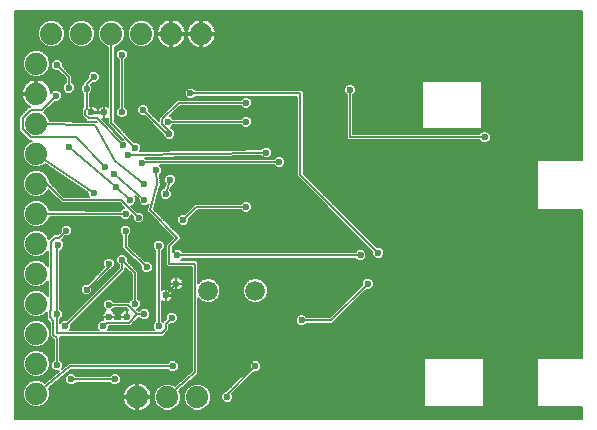
<source format=gbl>
G75*
%MOIN*%
%OFA0B0*%
%FSLAX25Y25*%
%IPPOS*%
%LPD*%
%AMOC8*
5,1,8,0,0,1.08239X$1,22.5*
%
%ADD10C,0.07400*%
%ADD11C,0.06600*%
%ADD12C,0.00600*%
%ADD13C,0.02362*%
D10*
X0010060Y0011300D03*
X0010060Y0021300D03*
X0010060Y0031300D03*
X0010060Y0041300D03*
X0010060Y0051300D03*
X0010060Y0061300D03*
X0010060Y0071300D03*
X0010060Y0081300D03*
X0010060Y0091300D03*
X0010060Y0101300D03*
X0010060Y0111300D03*
X0010060Y0121300D03*
X0015060Y0131300D03*
X0025060Y0131300D03*
X0035060Y0131300D03*
X0045060Y0131300D03*
X0055060Y0131300D03*
X0065060Y0131300D03*
X0063721Y0010158D03*
X0053721Y0010158D03*
X0043721Y0010158D03*
D11*
X0067343Y0045591D03*
X0083091Y0045591D03*
D12*
X0002983Y0002884D02*
X0002983Y0138692D01*
X0191940Y0138692D01*
X0191940Y0089055D01*
X0177352Y0089055D01*
X0177030Y0088733D01*
X0177030Y0072923D01*
X0177352Y0072600D01*
X0191940Y0072600D01*
X0191940Y0023307D01*
X0177352Y0023307D01*
X0177030Y0022985D01*
X0177030Y0007175D01*
X0177352Y0006852D01*
X0191940Y0006852D01*
X0191940Y0002884D01*
X0002983Y0002884D01*
X0002983Y0003448D02*
X0191940Y0003448D01*
X0191940Y0004046D02*
X0002983Y0004046D01*
X0002983Y0004645D02*
X0191940Y0004645D01*
X0191940Y0005243D02*
X0002983Y0005243D01*
X0002983Y0005842D02*
X0041648Y0005842D01*
X0041884Y0005722D02*
X0042600Y0005489D01*
X0043345Y0005371D01*
X0043421Y0005371D01*
X0043421Y0009858D01*
X0038934Y0009858D01*
X0038934Y0009781D01*
X0039052Y0009037D01*
X0039285Y0008321D01*
X0039627Y0007649D01*
X0040070Y0007039D01*
X0011511Y0007039D01*
X0010954Y0006808D02*
X0012605Y0007492D01*
X0013868Y0008755D01*
X0014552Y0010406D01*
X0014552Y0012194D01*
X0014136Y0013198D01*
X0021667Y0019302D01*
X0053834Y0019302D01*
X0054715Y0018421D01*
X0056350Y0018421D01*
X0057506Y0019577D01*
X0057506Y0021212D01*
X0056350Y0022368D01*
X0054715Y0022368D01*
X0053834Y0021487D01*
X0021337Y0021487D01*
X0020944Y0021528D01*
X0020893Y0021487D01*
X0020828Y0021487D01*
X0020549Y0021207D01*
X0018494Y0019541D01*
X0018923Y0019971D01*
X0018923Y0021606D01*
X0018042Y0022487D01*
X0018042Y0030173D01*
X0017916Y0030299D01*
X0052250Y0030299D01*
X0052890Y0030939D01*
X0053649Y0031699D01*
X0054289Y0032338D01*
X0054289Y0034142D01*
X0054710Y0034563D01*
X0055956Y0034563D01*
X0057112Y0035719D01*
X0057112Y0037354D01*
X0055956Y0038509D01*
X0054321Y0038509D01*
X0053166Y0037354D01*
X0053166Y0036107D01*
X0052745Y0035687D01*
X0052218Y0035160D01*
X0051900Y0035479D01*
X0051900Y0042130D01*
X0052295Y0041903D01*
X0052872Y0041748D01*
X0053126Y0041748D01*
X0053126Y0043972D01*
X0053215Y0043972D01*
X0053215Y0044061D01*
X0055439Y0044061D01*
X0055439Y0044315D01*
X0055284Y0044892D01*
X0054985Y0045409D01*
X0054563Y0045832D01*
X0054046Y0046130D01*
X0053469Y0046285D01*
X0053215Y0046285D01*
X0053215Y0044061D01*
X0053126Y0044061D01*
X0053126Y0046285D01*
X0052872Y0046285D01*
X0052295Y0046130D01*
X0051900Y0045903D01*
X0051900Y0058854D01*
X0052781Y0059735D01*
X0052781Y0061369D01*
X0051625Y0062525D01*
X0049991Y0062525D01*
X0048835Y0061369D01*
X0048835Y0059735D01*
X0049716Y0058854D01*
X0049716Y0035479D01*
X0048835Y0034598D01*
X0048835Y0032963D01*
X0049314Y0032483D01*
X0033798Y0032483D01*
X0034277Y0032963D01*
X0034277Y0033865D01*
X0041448Y0033865D01*
X0042088Y0034504D01*
X0044208Y0036625D01*
X0044385Y0036625D01*
X0045266Y0035744D01*
X0046901Y0035744D01*
X0048057Y0036900D01*
X0048057Y0038535D01*
X0046901Y0039691D01*
X0045266Y0039691D01*
X0044385Y0038809D01*
X0044208Y0038809D01*
X0043730Y0039287D01*
X0043751Y0039287D01*
X0044907Y0040443D01*
X0044907Y0042078D01*
X0044026Y0042959D01*
X0044026Y0051949D01*
X0040577Y0055399D01*
X0040577Y0056645D01*
X0039421Y0057801D01*
X0037786Y0057801D01*
X0036630Y0056645D01*
X0036630Y0055010D01*
X0037511Y0054129D01*
X0037511Y0053130D01*
X0020134Y0035754D01*
X0018888Y0035754D01*
X0018042Y0034907D01*
X0018042Y0036019D01*
X0018923Y0036900D01*
X0018923Y0038535D01*
X0018042Y0039416D01*
X0018042Y0058972D01*
X0018161Y0058972D01*
X0019317Y0060128D01*
X0019317Y0061763D01*
X0018527Y0062553D01*
X0019671Y0063697D01*
X0020917Y0063697D01*
X0022073Y0064853D01*
X0022073Y0066487D01*
X0020917Y0067643D01*
X0019282Y0067643D01*
X0018126Y0066487D01*
X0018126Y0065241D01*
X0017312Y0064427D01*
X0015902Y0064427D01*
X0015262Y0063787D01*
X0014502Y0063027D01*
X0014293Y0062818D01*
X0013868Y0063845D01*
X0012605Y0065108D01*
X0010954Y0065792D01*
X0009166Y0065792D01*
X0007515Y0065108D01*
X0006252Y0063845D01*
X0005568Y0062194D01*
X0005568Y0060406D01*
X0006252Y0058755D01*
X0007515Y0057492D01*
X0009166Y0056808D01*
X0010954Y0056808D01*
X0012605Y0057492D01*
X0013862Y0058750D01*
X0013862Y0053850D01*
X0012605Y0055108D01*
X0010954Y0055792D01*
X0009166Y0055792D01*
X0007515Y0055108D01*
X0006252Y0053845D01*
X0005568Y0052194D01*
X0005568Y0050406D01*
X0006252Y0048755D01*
X0007515Y0047492D01*
X0009166Y0046808D01*
X0010954Y0046808D01*
X0012605Y0047492D01*
X0013862Y0048750D01*
X0013862Y0043850D01*
X0012605Y0045108D01*
X0010954Y0045792D01*
X0009166Y0045792D01*
X0007515Y0045108D01*
X0006252Y0043845D01*
X0005568Y0042194D01*
X0005568Y0040406D01*
X0006252Y0038755D01*
X0007515Y0037492D01*
X0009166Y0036808D01*
X0010954Y0036808D01*
X0012605Y0037492D01*
X0013469Y0038356D01*
X0013469Y0036275D01*
X0014108Y0035636D01*
X0014658Y0035086D01*
X0014658Y0030469D01*
X0015858Y0029269D01*
X0015858Y0022487D01*
X0014977Y0021606D01*
X0014977Y0019971D01*
X0016132Y0018815D01*
X0017597Y0018815D01*
X0012792Y0014920D01*
X0012605Y0015108D01*
X0010954Y0015792D01*
X0009166Y0015792D01*
X0007515Y0015108D01*
X0006252Y0013845D01*
X0005568Y0012194D01*
X0005568Y0010406D01*
X0006252Y0008755D01*
X0007515Y0007492D01*
X0009166Y0006808D01*
X0010954Y0006808D01*
X0012750Y0007637D02*
X0039635Y0007637D01*
X0039328Y0008236D02*
X0013349Y0008236D01*
X0013901Y0008834D02*
X0039118Y0008834D01*
X0038989Y0009433D02*
X0014149Y0009433D01*
X0014397Y0010031D02*
X0043421Y0010031D01*
X0043421Y0009858D02*
X0043421Y0010458D01*
X0038934Y0010458D01*
X0038934Y0010535D01*
X0039052Y0011279D01*
X0039285Y0011996D01*
X0039627Y0012667D01*
X0040070Y0013277D01*
X0040603Y0013810D01*
X0041212Y0014253D01*
X0041884Y0014595D01*
X0042600Y0014828D01*
X0043345Y0014946D01*
X0043421Y0014946D01*
X0043421Y0010458D01*
X0044021Y0010458D01*
X0044021Y0014946D01*
X0044098Y0014946D01*
X0044842Y0014828D01*
X0045559Y0014595D01*
X0046231Y0014253D01*
X0046840Y0013810D01*
X0047373Y0013277D01*
X0047816Y0012667D01*
X0048158Y0011996D01*
X0048391Y0011279D01*
X0048509Y0010535D01*
X0048509Y0010458D01*
X0044021Y0010458D01*
X0044021Y0009858D01*
X0044021Y0005371D01*
X0044098Y0005371D01*
X0044842Y0005489D01*
X0045559Y0005722D01*
X0046231Y0006064D01*
X0046840Y0006507D01*
X0047373Y0007039D01*
X0047816Y0007649D01*
X0048158Y0008321D01*
X0048391Y0009037D01*
X0048509Y0009781D01*
X0048509Y0009858D01*
X0044021Y0009858D01*
X0043421Y0009858D01*
X0043421Y0009433D02*
X0044021Y0009433D01*
X0044021Y0010031D02*
X0049229Y0010031D01*
X0049229Y0009433D02*
X0048454Y0009433D01*
X0048325Y0008834D02*
X0049408Y0008834D01*
X0049229Y0009265D02*
X0049913Y0007614D01*
X0051177Y0006350D01*
X0052828Y0005666D01*
X0054615Y0005666D01*
X0056266Y0006350D01*
X0057530Y0007614D01*
X0058214Y0009265D01*
X0058214Y0011052D01*
X0057717Y0012251D01*
X0063428Y0017334D01*
X0063465Y0017334D01*
X0063762Y0017631D01*
X0064077Y0017911D01*
X0064079Y0017948D01*
X0064105Y0017974D01*
X0064105Y0018394D01*
X0064129Y0018814D01*
X0064105Y0018842D01*
X0064105Y0043043D01*
X0065025Y0042122D01*
X0066529Y0041499D01*
X0068157Y0041499D01*
X0069661Y0042122D01*
X0070813Y0043273D01*
X0071436Y0044777D01*
X0071436Y0046405D01*
X0070813Y0047909D01*
X0069661Y0049060D01*
X0068157Y0049683D01*
X0066529Y0049683D01*
X0065025Y0049060D01*
X0064105Y0048140D01*
X0064105Y0055099D01*
X0063465Y0055739D01*
X0058234Y0055739D01*
X0058806Y0056310D01*
X0116432Y0056310D01*
X0117314Y0055429D01*
X0118948Y0055429D01*
X0120104Y0056585D01*
X0120104Y0058220D01*
X0118948Y0059376D01*
X0117314Y0059376D01*
X0116432Y0058494D01*
X0058806Y0058494D01*
X0057925Y0059376D01*
X0056290Y0059376D01*
X0055443Y0058529D01*
X0055443Y0060100D01*
X0058199Y0062855D01*
X0058199Y0063760D01*
X0057560Y0064400D01*
X0049273Y0072687D01*
X0051404Y0080504D01*
X0051540Y0080664D01*
X0051519Y0080923D01*
X0051587Y0081173D01*
X0051483Y0081356D01*
X0051247Y0084185D01*
X0051994Y0084931D01*
X0051994Y0086566D01*
X0051147Y0087413D01*
X0089267Y0087413D01*
X0090148Y0086531D01*
X0091783Y0086531D01*
X0092939Y0087687D01*
X0092939Y0089322D01*
X0091783Y0090478D01*
X0090148Y0090478D01*
X0089267Y0089597D01*
X0046601Y0089597D01*
X0046325Y0089873D01*
X0084965Y0090534D01*
X0085817Y0089681D01*
X0087452Y0089681D01*
X0088608Y0090837D01*
X0088608Y0092472D01*
X0087452Y0093628D01*
X0085817Y0093628D01*
X0084907Y0092717D01*
X0044522Y0092027D01*
X0044907Y0092412D01*
X0044907Y0094046D01*
X0043751Y0095202D01*
X0042563Y0095202D01*
X0036152Y0101934D01*
X0036152Y0126890D01*
X0037605Y0127492D01*
X0038868Y0128755D01*
X0039552Y0130406D01*
X0039552Y0132194D01*
X0038868Y0133845D01*
X0037605Y0135108D01*
X0035954Y0135792D01*
X0034166Y0135792D01*
X0032515Y0135108D01*
X0031252Y0133845D01*
X0030568Y0132194D01*
X0030568Y0130406D01*
X0031252Y0128755D01*
X0032515Y0127492D01*
X0033968Y0126890D01*
X0033968Y0106926D01*
X0033573Y0107154D01*
X0032996Y0107309D01*
X0032742Y0107309D01*
X0032742Y0105085D01*
X0032653Y0105085D01*
X0032653Y0107309D01*
X0032399Y0107309D01*
X0031822Y0107154D01*
X0031305Y0106855D01*
X0030883Y0106433D01*
X0030584Y0105916D01*
X0030532Y0105724D01*
X0030481Y0105916D01*
X0030182Y0106433D01*
X0029760Y0106855D01*
X0029243Y0107154D01*
X0028666Y0107309D01*
X0028412Y0107309D01*
X0028412Y0105085D01*
X0028323Y0105085D01*
X0028323Y0107309D01*
X0028068Y0107309D01*
X0027884Y0107259D01*
X0027884Y0111216D01*
X0028765Y0112097D01*
X0028765Y0113732D01*
X0028172Y0114325D01*
X0028726Y0114878D01*
X0029972Y0114878D01*
X0031128Y0116034D01*
X0031128Y0117669D01*
X0029972Y0118824D01*
X0028337Y0118824D01*
X0027181Y0117669D01*
X0027181Y0116422D01*
X0025700Y0114941D01*
X0025700Y0114613D01*
X0024819Y0113732D01*
X0024819Y0112097D01*
X0025700Y0111216D01*
X0025700Y0106708D01*
X0025302Y0106310D01*
X0025302Y0103770D01*
X0026458Y0102615D01*
X0027097Y0101975D01*
X0029874Y0101975D01*
X0030163Y0101673D01*
X0030134Y0101681D01*
X0030033Y0101787D01*
X0029713Y0101797D01*
X0029403Y0101883D01*
X0029276Y0101810D01*
X0014526Y0102257D01*
X0013868Y0103845D01*
X0012631Y0105082D01*
X0016127Y0108579D01*
X0017373Y0108579D01*
X0018529Y0109735D01*
X0018529Y0111369D01*
X0017373Y0112525D01*
X0015739Y0112525D01*
X0014847Y0111634D01*
X0014847Y0111677D01*
X0014730Y0112421D01*
X0014497Y0113138D01*
X0014155Y0113809D01*
X0013712Y0114419D01*
X0013179Y0114952D01*
X0012569Y0115395D01*
X0011898Y0115737D01*
X0011181Y0115970D01*
X0010437Y0116087D01*
X0010360Y0116087D01*
X0010360Y0111600D01*
X0009760Y0111600D01*
X0009760Y0116087D01*
X0009683Y0116087D01*
X0008939Y0115970D01*
X0008222Y0115737D01*
X0007551Y0115395D01*
X0006941Y0114952D01*
X0006408Y0114419D01*
X0005965Y0113809D01*
X0005623Y0113138D01*
X0005390Y0112421D01*
X0005273Y0111677D01*
X0005273Y0111600D01*
X0009760Y0111600D01*
X0009760Y0111000D01*
X0005273Y0111000D01*
X0005273Y0110923D01*
X0005390Y0110179D01*
X0005623Y0109462D01*
X0005965Y0108791D01*
X0006408Y0108181D01*
X0006941Y0107648D01*
X0007551Y0107205D01*
X0007970Y0106992D01*
X0007702Y0106992D01*
X0007062Y0106352D01*
X0004368Y0103658D01*
X0004368Y0098942D01*
X0005008Y0098302D01*
X0007062Y0096248D01*
X0007702Y0095608D01*
X0008722Y0095608D01*
X0007515Y0095108D01*
X0006252Y0093845D01*
X0005568Y0092194D01*
X0005568Y0090406D01*
X0006252Y0088755D01*
X0007515Y0087492D01*
X0009166Y0086808D01*
X0010954Y0086808D01*
X0012605Y0087492D01*
X0013050Y0087937D01*
X0027181Y0078293D01*
X0027181Y0077451D01*
X0027653Y0076980D01*
X0019420Y0076980D01*
X0014552Y0081847D01*
X0014552Y0082194D01*
X0013868Y0083845D01*
X0012605Y0085108D01*
X0010954Y0085792D01*
X0009166Y0085792D01*
X0007515Y0085108D01*
X0006252Y0083845D01*
X0005568Y0082194D01*
X0005568Y0080406D01*
X0006252Y0078755D01*
X0007515Y0077492D01*
X0009166Y0076808D01*
X0010954Y0076808D01*
X0012605Y0077492D01*
X0013868Y0078755D01*
X0014069Y0079241D01*
X0018515Y0074795D01*
X0037776Y0074795D01*
X0039416Y0073155D01*
X0038967Y0073155D01*
X0038093Y0072281D01*
X0014477Y0072375D01*
X0013868Y0073845D01*
X0012605Y0075108D01*
X0010954Y0075792D01*
X0009166Y0075792D01*
X0007515Y0075108D01*
X0006252Y0073845D01*
X0005568Y0072194D01*
X0005568Y0070406D01*
X0006252Y0068755D01*
X0007515Y0067492D01*
X0009166Y0066808D01*
X0010954Y0066808D01*
X0012605Y0067492D01*
X0013868Y0068755D01*
X0014463Y0070190D01*
X0038079Y0070097D01*
X0038967Y0069209D01*
X0040602Y0069209D01*
X0041758Y0070365D01*
X0041758Y0070814D01*
X0042142Y0070430D01*
X0042142Y0069183D01*
X0043298Y0068028D01*
X0044932Y0068028D01*
X0046088Y0069183D01*
X0046088Y0070818D01*
X0044932Y0071974D01*
X0043686Y0071974D01*
X0041727Y0073933D01*
X0042177Y0073933D01*
X0043332Y0075089D01*
X0043332Y0076724D01*
X0042813Y0077243D01*
X0044110Y0076145D01*
X0044110Y0075089D01*
X0045266Y0073933D01*
X0046901Y0073933D01*
X0047516Y0074548D01*
X0047075Y0072930D01*
X0046960Y0072815D01*
X0046960Y0072509D01*
X0046879Y0072214D01*
X0046960Y0072073D01*
X0046960Y0071911D01*
X0047176Y0071694D01*
X0047328Y0071428D01*
X0047485Y0071386D01*
X0055563Y0063308D01*
X0053259Y0061004D01*
X0053259Y0054194D01*
X0053899Y0053554D01*
X0061921Y0053554D01*
X0061921Y0018916D01*
X0056309Y0013923D01*
X0056266Y0013966D01*
X0054615Y0014650D01*
X0052828Y0014650D01*
X0051177Y0013966D01*
X0049913Y0012703D01*
X0049229Y0011052D01*
X0049229Y0009265D01*
X0049655Y0008236D02*
X0048115Y0008236D01*
X0047807Y0007637D02*
X0049903Y0007637D01*
X0050488Y0007039D02*
X0047372Y0007039D01*
X0046749Y0006440D02*
X0051087Y0006440D01*
X0052404Y0005842D02*
X0045795Y0005842D01*
X0044021Y0005842D02*
X0043421Y0005842D01*
X0043421Y0006440D02*
X0044021Y0006440D01*
X0044021Y0007039D02*
X0043421Y0007039D01*
X0043421Y0007637D02*
X0044021Y0007637D01*
X0044021Y0008236D02*
X0043421Y0008236D01*
X0043421Y0008834D02*
X0044021Y0008834D01*
X0044021Y0010630D02*
X0043421Y0010630D01*
X0043421Y0011228D02*
X0044021Y0011228D01*
X0044021Y0011827D02*
X0043421Y0011827D01*
X0043421Y0012425D02*
X0044021Y0012425D01*
X0044021Y0013024D02*
X0043421Y0013024D01*
X0043421Y0013622D02*
X0044021Y0013622D01*
X0044021Y0014221D02*
X0043421Y0014221D01*
X0043421Y0014819D02*
X0044021Y0014819D01*
X0044868Y0014819D02*
X0057317Y0014819D01*
X0056644Y0014221D02*
X0055652Y0014221D01*
X0057989Y0015418D02*
X0038214Y0015418D01*
X0038214Y0015246D02*
X0037058Y0014091D01*
X0035424Y0014091D01*
X0034543Y0014972D01*
X0023373Y0014972D01*
X0022491Y0014091D01*
X0020857Y0014091D01*
X0019701Y0015246D01*
X0019701Y0016881D01*
X0020857Y0018037D01*
X0022491Y0018037D01*
X0023373Y0017156D01*
X0034543Y0017156D01*
X0035424Y0018037D01*
X0037058Y0018037D01*
X0038214Y0016881D01*
X0038214Y0015246D01*
X0037787Y0014819D02*
X0042575Y0014819D01*
X0041168Y0014221D02*
X0037189Y0014221D01*
X0035293Y0014221D02*
X0022622Y0014221D01*
X0023220Y0014819D02*
X0034695Y0014819D01*
X0036241Y0016064D02*
X0021674Y0016064D01*
X0019701Y0016016D02*
X0017613Y0016016D01*
X0016875Y0015418D02*
X0019701Y0015418D01*
X0020128Y0014819D02*
X0016137Y0014819D01*
X0015398Y0014221D02*
X0020726Y0014221D01*
X0019701Y0016615D02*
X0018352Y0016615D01*
X0019090Y0017213D02*
X0020033Y0017213D01*
X0019829Y0017812D02*
X0020632Y0017812D01*
X0020567Y0018411D02*
X0061352Y0018411D01*
X0061921Y0019009D02*
X0056938Y0019009D01*
X0057506Y0019608D02*
X0061921Y0019608D01*
X0061921Y0020206D02*
X0057506Y0020206D01*
X0057506Y0020805D02*
X0061921Y0020805D01*
X0061921Y0021403D02*
X0057314Y0021403D01*
X0056716Y0022002D02*
X0061921Y0022002D01*
X0061921Y0022600D02*
X0018042Y0022600D01*
X0018042Y0023199D02*
X0061921Y0023199D01*
X0061921Y0023797D02*
X0018042Y0023797D01*
X0018042Y0024396D02*
X0061921Y0024396D01*
X0061921Y0024994D02*
X0018042Y0024994D01*
X0018042Y0025593D02*
X0061921Y0025593D01*
X0061921Y0026191D02*
X0018042Y0026191D01*
X0018042Y0026790D02*
X0061921Y0026790D01*
X0061921Y0027388D02*
X0018042Y0027388D01*
X0018042Y0027987D02*
X0061921Y0027987D01*
X0061921Y0028585D02*
X0018042Y0028585D01*
X0018042Y0029184D02*
X0061921Y0029184D01*
X0061921Y0029782D02*
X0018042Y0029782D01*
X0016950Y0029721D02*
X0015750Y0030921D01*
X0015750Y0035539D01*
X0014561Y0036728D01*
X0014561Y0038707D01*
X0014954Y0039101D01*
X0014954Y0061935D01*
X0016354Y0063335D01*
X0017764Y0063335D01*
X0020099Y0065670D01*
X0018126Y0065693D02*
X0011193Y0065693D01*
X0011152Y0066890D02*
X0018529Y0066890D01*
X0018126Y0066291D02*
X0002983Y0066291D01*
X0002983Y0065693D02*
X0008927Y0065693D01*
X0008968Y0066890D02*
X0002983Y0066890D01*
X0002983Y0067488D02*
X0007523Y0067488D01*
X0006920Y0068087D02*
X0002983Y0068087D01*
X0002983Y0068685D02*
X0006322Y0068685D01*
X0006033Y0069284D02*
X0002983Y0069284D01*
X0002983Y0069882D02*
X0005785Y0069882D01*
X0005568Y0070481D02*
X0002983Y0070481D01*
X0002983Y0071080D02*
X0005568Y0071080D01*
X0005568Y0071678D02*
X0002983Y0071678D01*
X0002983Y0072277D02*
X0005602Y0072277D01*
X0005850Y0072875D02*
X0002983Y0072875D01*
X0002983Y0073474D02*
X0006098Y0073474D01*
X0006479Y0074072D02*
X0002983Y0074072D01*
X0002983Y0074671D02*
X0007078Y0074671D01*
X0007904Y0075269D02*
X0002983Y0075269D01*
X0002983Y0075868D02*
X0017442Y0075868D01*
X0016844Y0076466D02*
X0002983Y0076466D01*
X0002983Y0077065D02*
X0008547Y0077065D01*
X0007344Y0077663D02*
X0002983Y0077663D01*
X0002983Y0078262D02*
X0006746Y0078262D01*
X0006208Y0078860D02*
X0002983Y0078860D01*
X0002983Y0079459D02*
X0005960Y0079459D01*
X0005713Y0080057D02*
X0002983Y0080057D01*
X0002983Y0080656D02*
X0005568Y0080656D01*
X0005568Y0081254D02*
X0002983Y0081254D01*
X0002983Y0081853D02*
X0005568Y0081853D01*
X0005675Y0082451D02*
X0002983Y0082451D01*
X0002983Y0083050D02*
X0005923Y0083050D01*
X0006170Y0083648D02*
X0002983Y0083648D01*
X0002983Y0084247D02*
X0006654Y0084247D01*
X0007252Y0084845D02*
X0002983Y0084845D01*
X0002983Y0085444D02*
X0008326Y0085444D01*
X0008125Y0087239D02*
X0002983Y0087239D01*
X0002983Y0086641D02*
X0014949Y0086641D01*
X0014073Y0087239D02*
X0011995Y0087239D01*
X0012951Y0087838D02*
X0013196Y0087838D01*
X0011794Y0085444D02*
X0016703Y0085444D01*
X0015826Y0086042D02*
X0002983Y0086042D01*
X0002983Y0087838D02*
X0007169Y0087838D01*
X0006571Y0088436D02*
X0002983Y0088436D01*
X0002983Y0089035D02*
X0006136Y0089035D01*
X0005888Y0089633D02*
X0002983Y0089633D01*
X0002983Y0090232D02*
X0005640Y0090232D01*
X0005568Y0090830D02*
X0002983Y0090830D01*
X0002983Y0091429D02*
X0005568Y0091429D01*
X0005568Y0092027D02*
X0002983Y0092027D01*
X0002983Y0092626D02*
X0005747Y0092626D01*
X0005995Y0093224D02*
X0002983Y0093224D01*
X0002983Y0093823D02*
X0006243Y0093823D01*
X0006829Y0094421D02*
X0002983Y0094421D01*
X0002983Y0095020D02*
X0007427Y0095020D01*
X0007692Y0095618D02*
X0002983Y0095618D01*
X0002983Y0096217D02*
X0007093Y0096217D01*
X0006495Y0096816D02*
X0002983Y0096816D01*
X0002983Y0097414D02*
X0005896Y0097414D01*
X0005298Y0098013D02*
X0002983Y0098013D01*
X0002983Y0098611D02*
X0004699Y0098611D01*
X0004368Y0099210D02*
X0002983Y0099210D01*
X0002983Y0099808D02*
X0004368Y0099808D01*
X0004368Y0100407D02*
X0002983Y0100407D01*
X0002983Y0101005D02*
X0004368Y0101005D01*
X0004368Y0101604D02*
X0002983Y0101604D01*
X0002983Y0102202D02*
X0004368Y0102202D01*
X0004368Y0102801D02*
X0002983Y0102801D01*
X0002983Y0103399D02*
X0004368Y0103399D01*
X0004708Y0103998D02*
X0002983Y0103998D01*
X0002983Y0104596D02*
X0005306Y0104596D01*
X0005905Y0105195D02*
X0002983Y0105195D01*
X0002983Y0105793D02*
X0006503Y0105793D01*
X0007102Y0106392D02*
X0002983Y0106392D01*
X0002983Y0106990D02*
X0007700Y0106990D01*
X0007023Y0107589D02*
X0002983Y0107589D01*
X0002983Y0108187D02*
X0006404Y0108187D01*
X0005969Y0108786D02*
X0002983Y0108786D01*
X0002983Y0109384D02*
X0005663Y0109384D01*
X0005454Y0109983D02*
X0002983Y0109983D01*
X0002983Y0110581D02*
X0005327Y0110581D01*
X0005289Y0111778D02*
X0002983Y0111778D01*
X0002983Y0111180D02*
X0009760Y0111180D01*
X0009760Y0111778D02*
X0010360Y0111778D01*
X0010360Y0112377D02*
X0009760Y0112377D01*
X0009760Y0112975D02*
X0010360Y0112975D01*
X0010360Y0113574D02*
X0009760Y0113574D01*
X0009760Y0114172D02*
X0010360Y0114172D01*
X0010360Y0114771D02*
X0009760Y0114771D01*
X0009760Y0115369D02*
X0010360Y0115369D01*
X0010360Y0115968D02*
X0009760Y0115968D01*
X0008934Y0115968D02*
X0002983Y0115968D01*
X0002983Y0116566D02*
X0019627Y0116566D01*
X0019795Y0116399D02*
X0019795Y0115006D01*
X0018914Y0114125D01*
X0018914Y0112491D01*
X0020069Y0111335D01*
X0021704Y0111335D01*
X0022860Y0112491D01*
X0022860Y0114125D01*
X0021979Y0115006D01*
X0021979Y0117304D01*
X0021339Y0117943D01*
X0018923Y0120359D01*
X0018923Y0121606D01*
X0017767Y0122761D01*
X0016132Y0122761D01*
X0014977Y0121606D01*
X0014977Y0119971D01*
X0016132Y0118815D01*
X0017378Y0118815D01*
X0019795Y0116399D01*
X0019795Y0115968D02*
X0011186Y0115968D01*
X0010954Y0116808D02*
X0012605Y0117492D01*
X0013868Y0118755D01*
X0014552Y0120406D01*
X0014552Y0122194D01*
X0013868Y0123845D01*
X0012605Y0125108D01*
X0010954Y0125792D01*
X0009166Y0125792D01*
X0007515Y0125108D01*
X0006252Y0123845D01*
X0005568Y0122194D01*
X0005568Y0120406D01*
X0006252Y0118755D01*
X0007515Y0117492D01*
X0009166Y0116808D01*
X0010954Y0116808D01*
X0011815Y0117165D02*
X0019029Y0117165D01*
X0018430Y0117763D02*
X0012876Y0117763D01*
X0013475Y0118362D02*
X0017832Y0118362D01*
X0015987Y0118960D02*
X0013953Y0118960D01*
X0014201Y0119559D02*
X0015388Y0119559D01*
X0014977Y0120157D02*
X0014449Y0120157D01*
X0014552Y0120756D02*
X0014977Y0120756D01*
X0014977Y0121354D02*
X0014552Y0121354D01*
X0014552Y0121953D02*
X0015324Y0121953D01*
X0015922Y0122551D02*
X0014404Y0122551D01*
X0014156Y0123150D02*
X0033968Y0123150D01*
X0033968Y0122551D02*
X0017977Y0122551D01*
X0018576Y0121953D02*
X0033968Y0121953D01*
X0033968Y0121354D02*
X0018923Y0121354D01*
X0018923Y0120756D02*
X0033968Y0120756D01*
X0033968Y0120157D02*
X0019125Y0120157D01*
X0019723Y0119559D02*
X0033968Y0119559D01*
X0033968Y0118960D02*
X0020322Y0118960D01*
X0020920Y0118362D02*
X0027875Y0118362D01*
X0027276Y0117763D02*
X0021519Y0117763D01*
X0021339Y0117943D02*
X0021339Y0117943D01*
X0021979Y0117165D02*
X0027181Y0117165D01*
X0027181Y0116566D02*
X0021979Y0116566D01*
X0021979Y0115968D02*
X0026727Y0115968D01*
X0026128Y0115369D02*
X0021979Y0115369D01*
X0022214Y0114771D02*
X0025700Y0114771D01*
X0025260Y0114172D02*
X0022813Y0114172D01*
X0022860Y0113574D02*
X0024819Y0113574D01*
X0024819Y0112975D02*
X0022860Y0112975D01*
X0022746Y0112377D02*
X0024819Y0112377D01*
X0025138Y0111778D02*
X0022148Y0111778D01*
X0020887Y0113308D02*
X0020887Y0116851D01*
X0016950Y0120788D01*
X0013908Y0123749D02*
X0033968Y0123749D01*
X0033968Y0124347D02*
X0013366Y0124347D01*
X0012767Y0124946D02*
X0033968Y0124946D01*
X0033968Y0125544D02*
X0011552Y0125544D01*
X0012515Y0127492D02*
X0014166Y0126808D01*
X0015954Y0126808D01*
X0017605Y0127492D01*
X0018868Y0128755D01*
X0019552Y0130406D01*
X0019552Y0132194D01*
X0018868Y0133845D01*
X0017605Y0135108D01*
X0015954Y0135792D01*
X0014166Y0135792D01*
X0012515Y0135108D01*
X0011252Y0133845D01*
X0010568Y0132194D01*
X0010568Y0130406D01*
X0011252Y0128755D01*
X0012515Y0127492D01*
X0012883Y0127340D02*
X0002983Y0127340D01*
X0002983Y0127938D02*
X0012069Y0127938D01*
X0011471Y0128537D02*
X0002983Y0128537D01*
X0002983Y0129135D02*
X0011094Y0129135D01*
X0010847Y0129734D02*
X0002983Y0129734D01*
X0002983Y0130332D02*
X0010599Y0130332D01*
X0010568Y0130931D02*
X0002983Y0130931D01*
X0002983Y0131529D02*
X0010568Y0131529D01*
X0010568Y0132128D02*
X0002983Y0132128D01*
X0002983Y0132726D02*
X0010788Y0132726D01*
X0011036Y0133325D02*
X0002983Y0133325D01*
X0002983Y0133923D02*
X0011330Y0133923D01*
X0011929Y0134522D02*
X0002983Y0134522D01*
X0002983Y0135120D02*
X0012544Y0135120D01*
X0013989Y0135719D02*
X0002983Y0135719D01*
X0002983Y0136317D02*
X0191940Y0136317D01*
X0191940Y0135719D02*
X0066933Y0135719D01*
X0066898Y0135737D02*
X0066181Y0135970D01*
X0065437Y0136087D01*
X0065360Y0136087D01*
X0065360Y0131600D01*
X0069847Y0131600D01*
X0069847Y0131677D01*
X0069730Y0132421D01*
X0069497Y0133138D01*
X0069155Y0133809D01*
X0068712Y0134419D01*
X0068179Y0134952D01*
X0067569Y0135395D01*
X0066898Y0135737D01*
X0067947Y0135120D02*
X0191940Y0135120D01*
X0191940Y0134522D02*
X0068609Y0134522D01*
X0069072Y0133923D02*
X0191940Y0133923D01*
X0191940Y0133325D02*
X0069401Y0133325D01*
X0069630Y0132726D02*
X0191940Y0132726D01*
X0191940Y0132128D02*
X0069776Y0132128D01*
X0069847Y0131000D02*
X0065360Y0131000D01*
X0065360Y0131600D01*
X0064760Y0131600D01*
X0064760Y0136087D01*
X0064683Y0136087D01*
X0063939Y0135970D01*
X0063222Y0135737D01*
X0062551Y0135395D01*
X0061941Y0134952D01*
X0061408Y0134419D01*
X0060965Y0133809D01*
X0060623Y0133138D01*
X0060390Y0132421D01*
X0060273Y0131677D01*
X0060273Y0131600D01*
X0064760Y0131600D01*
X0064760Y0131000D01*
X0065360Y0131000D01*
X0065360Y0126513D01*
X0065437Y0126513D01*
X0066181Y0126630D01*
X0066898Y0126863D01*
X0067569Y0127205D01*
X0068179Y0127648D01*
X0068712Y0128181D01*
X0069155Y0128791D01*
X0069497Y0129462D01*
X0069730Y0130179D01*
X0069847Y0130923D01*
X0069847Y0131000D01*
X0069847Y0130931D02*
X0191940Y0130931D01*
X0191940Y0131529D02*
X0065360Y0131529D01*
X0065360Y0130931D02*
X0064760Y0130931D01*
X0064760Y0131000D02*
X0064760Y0126513D01*
X0064683Y0126513D01*
X0063939Y0126630D01*
X0063222Y0126863D01*
X0062551Y0127205D01*
X0061941Y0127648D01*
X0061408Y0128181D01*
X0060965Y0128791D01*
X0060623Y0129462D01*
X0060390Y0130179D01*
X0060273Y0130923D01*
X0060273Y0131000D01*
X0064760Y0131000D01*
X0064760Y0131529D02*
X0055360Y0131529D01*
X0055360Y0131600D02*
X0059847Y0131600D01*
X0059847Y0131677D01*
X0059730Y0132421D01*
X0059497Y0133138D01*
X0059155Y0133809D01*
X0058712Y0134419D01*
X0058179Y0134952D01*
X0057569Y0135395D01*
X0056898Y0135737D01*
X0056181Y0135970D01*
X0055437Y0136087D01*
X0055360Y0136087D01*
X0055360Y0131600D01*
X0055360Y0131000D01*
X0059847Y0131000D01*
X0059847Y0130923D01*
X0059730Y0130179D01*
X0059497Y0129462D01*
X0059155Y0128791D01*
X0058712Y0128181D01*
X0058179Y0127648D01*
X0057569Y0127205D01*
X0056898Y0126863D01*
X0056181Y0126630D01*
X0055437Y0126513D01*
X0055360Y0126513D01*
X0055360Y0131000D01*
X0054760Y0131000D01*
X0054760Y0126513D01*
X0054683Y0126513D01*
X0053939Y0126630D01*
X0053222Y0126863D01*
X0052551Y0127205D01*
X0051941Y0127648D01*
X0051408Y0128181D01*
X0050965Y0128791D01*
X0050623Y0129462D01*
X0050390Y0130179D01*
X0050273Y0130923D01*
X0050273Y0131000D01*
X0054760Y0131000D01*
X0054760Y0131600D01*
X0054760Y0136087D01*
X0054683Y0136087D01*
X0053939Y0135970D01*
X0053222Y0135737D01*
X0052551Y0135395D01*
X0051941Y0134952D01*
X0051408Y0134419D01*
X0050965Y0133809D01*
X0050623Y0133138D01*
X0050390Y0132421D01*
X0050273Y0131677D01*
X0050273Y0131600D01*
X0054760Y0131600D01*
X0055360Y0131600D01*
X0055360Y0132128D02*
X0054760Y0132128D01*
X0054760Y0132726D02*
X0055360Y0132726D01*
X0055360Y0133325D02*
X0054760Y0133325D01*
X0054760Y0133923D02*
X0055360Y0133923D01*
X0055360Y0134522D02*
X0054760Y0134522D01*
X0054760Y0135120D02*
X0055360Y0135120D01*
X0055360Y0135719D02*
X0054760Y0135719D01*
X0053187Y0135719D02*
X0046131Y0135719D01*
X0045954Y0135792D02*
X0047605Y0135108D01*
X0048868Y0133845D01*
X0049552Y0132194D01*
X0049552Y0130406D01*
X0048868Y0128755D01*
X0047605Y0127492D01*
X0045954Y0126808D01*
X0044166Y0126808D01*
X0042515Y0127492D01*
X0041252Y0128755D01*
X0040568Y0130406D01*
X0040568Y0132194D01*
X0041252Y0133845D01*
X0042515Y0135108D01*
X0044166Y0135792D01*
X0045954Y0135792D01*
X0047576Y0135120D02*
X0052173Y0135120D01*
X0051511Y0134522D02*
X0048191Y0134522D01*
X0048790Y0133923D02*
X0051048Y0133923D01*
X0050719Y0133325D02*
X0049084Y0133325D01*
X0049331Y0132726D02*
X0050490Y0132726D01*
X0050344Y0132128D02*
X0049552Y0132128D01*
X0049552Y0131529D02*
X0054760Y0131529D01*
X0054760Y0130931D02*
X0055360Y0130931D01*
X0055360Y0130332D02*
X0054760Y0130332D01*
X0054760Y0129734D02*
X0055360Y0129734D01*
X0055360Y0129135D02*
X0054760Y0129135D01*
X0054760Y0128537D02*
X0055360Y0128537D01*
X0055360Y0127938D02*
X0054760Y0127938D01*
X0054760Y0127340D02*
X0055360Y0127340D01*
X0055360Y0126741D02*
X0054760Y0126741D01*
X0053599Y0126741D02*
X0036152Y0126741D01*
X0036152Y0126143D02*
X0037624Y0126143D01*
X0037786Y0126305D02*
X0036630Y0125149D01*
X0036630Y0123514D01*
X0037511Y0122633D01*
X0037511Y0106739D01*
X0036630Y0105857D01*
X0036630Y0104223D01*
X0037786Y0103067D01*
X0039421Y0103067D01*
X0040577Y0104223D01*
X0040577Y0105857D01*
X0039695Y0106739D01*
X0039695Y0122633D01*
X0040577Y0123514D01*
X0040577Y0125149D01*
X0039421Y0126305D01*
X0037786Y0126305D01*
X0037025Y0125544D02*
X0036152Y0125544D01*
X0036152Y0124946D02*
X0036630Y0124946D01*
X0036630Y0124347D02*
X0036152Y0124347D01*
X0036152Y0123749D02*
X0036630Y0123749D01*
X0036994Y0123150D02*
X0036152Y0123150D01*
X0036152Y0122551D02*
X0037511Y0122551D01*
X0037511Y0121953D02*
X0036152Y0121953D01*
X0036152Y0121354D02*
X0037511Y0121354D01*
X0037511Y0120756D02*
X0036152Y0120756D01*
X0036152Y0120157D02*
X0037511Y0120157D01*
X0037511Y0119559D02*
X0036152Y0119559D01*
X0036152Y0118960D02*
X0037511Y0118960D01*
X0037511Y0118362D02*
X0036152Y0118362D01*
X0036152Y0117763D02*
X0037511Y0117763D01*
X0037511Y0117165D02*
X0036152Y0117165D01*
X0036152Y0116566D02*
X0037511Y0116566D01*
X0037511Y0115968D02*
X0036152Y0115968D01*
X0036152Y0115369D02*
X0037511Y0115369D01*
X0037511Y0114771D02*
X0036152Y0114771D01*
X0036152Y0114172D02*
X0037511Y0114172D01*
X0037511Y0113574D02*
X0036152Y0113574D01*
X0036152Y0112975D02*
X0037511Y0112975D01*
X0037511Y0112377D02*
X0036152Y0112377D01*
X0036152Y0111778D02*
X0037511Y0111778D01*
X0037511Y0111180D02*
X0036152Y0111180D01*
X0036152Y0110581D02*
X0037511Y0110581D01*
X0037511Y0109983D02*
X0036152Y0109983D01*
X0036152Y0109384D02*
X0037511Y0109384D01*
X0037511Y0108786D02*
X0036152Y0108786D01*
X0036152Y0108187D02*
X0037511Y0108187D01*
X0037511Y0107589D02*
X0036152Y0107589D01*
X0036152Y0106990D02*
X0037511Y0106990D01*
X0037164Y0106392D02*
X0036152Y0106392D01*
X0036152Y0105793D02*
X0036630Y0105793D01*
X0036630Y0105195D02*
X0036152Y0105195D01*
X0036152Y0104596D02*
X0036630Y0104596D01*
X0036855Y0103998D02*
X0036152Y0103998D01*
X0036152Y0103399D02*
X0037454Y0103399D01*
X0036152Y0102801D02*
X0047172Y0102801D01*
X0046574Y0103399D02*
X0039753Y0103399D01*
X0040351Y0103998D02*
X0044729Y0103998D01*
X0044873Y0103854D02*
X0046119Y0103854D01*
X0052378Y0097595D01*
X0052378Y0097136D01*
X0053534Y0095980D01*
X0055169Y0095980D01*
X0056325Y0097136D01*
X0056325Y0098771D01*
X0055169Y0099927D01*
X0054784Y0099927D01*
X0055656Y0100798D01*
X0078243Y0100798D01*
X0079125Y0099917D01*
X0080759Y0099917D01*
X0081915Y0101073D01*
X0081915Y0102708D01*
X0080759Y0103864D01*
X0079125Y0103864D01*
X0078243Y0102983D01*
X0055656Y0102983D01*
X0054775Y0103864D01*
X0054685Y0103864D01*
X0057919Y0107098D01*
X0078243Y0107098D01*
X0079125Y0106217D01*
X0080759Y0106217D01*
X0081915Y0107372D01*
X0081915Y0109007D01*
X0080759Y0110163D01*
X0079125Y0110163D01*
X0078243Y0109282D01*
X0057014Y0109282D01*
X0050892Y0103160D01*
X0050892Y0102170D01*
X0047663Y0105399D01*
X0047663Y0106645D01*
X0046507Y0107801D01*
X0044873Y0107801D01*
X0043717Y0106645D01*
X0043717Y0105010D01*
X0044873Y0103854D01*
X0044131Y0104596D02*
X0040577Y0104596D01*
X0040577Y0105195D02*
X0043717Y0105195D01*
X0043717Y0105793D02*
X0040577Y0105793D01*
X0040042Y0106392D02*
X0043717Y0106392D01*
X0044062Y0106990D02*
X0039695Y0106990D01*
X0039695Y0107589D02*
X0044660Y0107589D01*
X0045690Y0105828D02*
X0053564Y0097954D01*
X0054351Y0097954D01*
X0054351Y0098706D01*
X0051984Y0101073D01*
X0051984Y0102708D01*
X0057466Y0108190D01*
X0079942Y0108190D01*
X0081915Y0108187D02*
X0096960Y0108187D01*
X0096960Y0107589D02*
X0081915Y0107589D01*
X0081533Y0106990D02*
X0096960Y0106990D01*
X0096960Y0106392D02*
X0080934Y0106392D01*
X0078949Y0106392D02*
X0057213Y0106392D01*
X0057811Y0106990D02*
X0078351Y0106990D01*
X0078346Y0109384D02*
X0062273Y0109384D01*
X0062255Y0109366D02*
X0063136Y0110247D01*
X0096960Y0110247D01*
X0096960Y0083722D01*
X0122063Y0058618D01*
X0122063Y0057372D01*
X0123219Y0056217D01*
X0124854Y0056217D01*
X0126010Y0057372D01*
X0126010Y0059007D01*
X0124854Y0060163D01*
X0123608Y0060163D01*
X0099144Y0084626D01*
X0099144Y0111792D01*
X0098504Y0112431D01*
X0063136Y0112431D01*
X0062255Y0113313D01*
X0060621Y0113313D01*
X0059465Y0112157D01*
X0059465Y0110522D01*
X0060621Y0109366D01*
X0062255Y0109366D01*
X0062872Y0109983D02*
X0078944Y0109983D01*
X0080939Y0109983D02*
X0096960Y0109983D01*
X0096960Y0109384D02*
X0081538Y0109384D01*
X0081915Y0108786D02*
X0096960Y0108786D01*
X0099144Y0108786D02*
X0113495Y0108786D01*
X0113495Y0109384D02*
X0099144Y0109384D01*
X0099144Y0109983D02*
X0113495Y0109983D01*
X0113495Y0110581D02*
X0099144Y0110581D01*
X0099144Y0111180D02*
X0113138Y0111180D01*
X0113495Y0110822D02*
X0113495Y0096320D01*
X0114135Y0095680D01*
X0157771Y0095680D01*
X0158652Y0094799D01*
X0160287Y0094799D01*
X0161443Y0095955D01*
X0161443Y0097590D01*
X0160287Y0098746D01*
X0158652Y0098746D01*
X0157771Y0097865D01*
X0115680Y0097865D01*
X0115680Y0110822D01*
X0116561Y0111703D01*
X0116561Y0113338D01*
X0115405Y0114494D01*
X0113770Y0114494D01*
X0112614Y0113338D01*
X0112614Y0111703D01*
X0113495Y0110822D01*
X0112614Y0111778D02*
X0099144Y0111778D01*
X0098559Y0112377D02*
X0112614Y0112377D01*
X0112614Y0112975D02*
X0062593Y0112975D01*
X0060283Y0112975D02*
X0039695Y0112975D01*
X0039695Y0112377D02*
X0059685Y0112377D01*
X0059465Y0111778D02*
X0039695Y0111778D01*
X0039695Y0111180D02*
X0059465Y0111180D01*
X0059465Y0110581D02*
X0039695Y0110581D01*
X0039695Y0109983D02*
X0060004Y0109983D01*
X0060602Y0109384D02*
X0039695Y0109384D01*
X0039695Y0108786D02*
X0056518Y0108786D01*
X0055919Y0108187D02*
X0039695Y0108187D01*
X0038603Y0105040D02*
X0038603Y0124331D01*
X0040577Y0124347D02*
X0191940Y0124347D01*
X0191940Y0123749D02*
X0040577Y0123749D01*
X0040212Y0123150D02*
X0191940Y0123150D01*
X0191940Y0122551D02*
X0039695Y0122551D01*
X0039695Y0121953D02*
X0191940Y0121953D01*
X0191940Y0121354D02*
X0039695Y0121354D01*
X0039695Y0120756D02*
X0191940Y0120756D01*
X0191940Y0120157D02*
X0039695Y0120157D01*
X0039695Y0119559D02*
X0191940Y0119559D01*
X0191940Y0118960D02*
X0039695Y0118960D01*
X0039695Y0118362D02*
X0191940Y0118362D01*
X0191940Y0117763D02*
X0039695Y0117763D01*
X0039695Y0117165D02*
X0191940Y0117165D01*
X0191940Y0116566D02*
X0039695Y0116566D01*
X0039695Y0115968D02*
X0191940Y0115968D01*
X0191940Y0115369D02*
X0158186Y0115369D01*
X0158122Y0115433D02*
X0138769Y0115433D01*
X0138447Y0115110D01*
X0138447Y0099694D01*
X0138769Y0099372D01*
X0139225Y0099372D01*
X0158122Y0099372D01*
X0158445Y0099694D01*
X0158445Y0115110D01*
X0158122Y0115433D01*
X0158445Y0114771D02*
X0191940Y0114771D01*
X0191940Y0114172D02*
X0158445Y0114172D01*
X0158445Y0113574D02*
X0191940Y0113574D01*
X0191940Y0112975D02*
X0158445Y0112975D01*
X0158445Y0112377D02*
X0191940Y0112377D01*
X0191940Y0111778D02*
X0158445Y0111778D01*
X0158445Y0111180D02*
X0191940Y0111180D01*
X0191940Y0110581D02*
X0158445Y0110581D01*
X0158445Y0109983D02*
X0191940Y0109983D01*
X0191940Y0109384D02*
X0158445Y0109384D01*
X0158445Y0108786D02*
X0191940Y0108786D01*
X0191940Y0108187D02*
X0158445Y0108187D01*
X0158445Y0107589D02*
X0191940Y0107589D01*
X0191940Y0106990D02*
X0158445Y0106990D01*
X0158445Y0106392D02*
X0191940Y0106392D01*
X0191940Y0105793D02*
X0158445Y0105793D01*
X0158445Y0105195D02*
X0191940Y0105195D01*
X0191940Y0104596D02*
X0158445Y0104596D01*
X0158445Y0103998D02*
X0191940Y0103998D01*
X0191940Y0103399D02*
X0158445Y0103399D01*
X0158445Y0102801D02*
X0191940Y0102801D01*
X0191940Y0102202D02*
X0158445Y0102202D01*
X0158445Y0101604D02*
X0191940Y0101604D01*
X0191940Y0101005D02*
X0158445Y0101005D01*
X0158445Y0100407D02*
X0191940Y0100407D01*
X0191940Y0099808D02*
X0158445Y0099808D01*
X0158517Y0098611D02*
X0115680Y0098611D01*
X0115680Y0098013D02*
X0157919Y0098013D01*
X0159469Y0096772D02*
X0114588Y0096772D01*
X0114588Y0112520D01*
X0116037Y0111180D02*
X0138447Y0111180D01*
X0138447Y0111778D02*
X0116561Y0111778D01*
X0116561Y0112377D02*
X0138447Y0112377D01*
X0138447Y0112975D02*
X0116561Y0112975D01*
X0116325Y0113574D02*
X0138447Y0113574D01*
X0138447Y0114172D02*
X0115726Y0114172D01*
X0113449Y0114172D02*
X0039695Y0114172D01*
X0039695Y0113574D02*
X0112850Y0113574D01*
X0115680Y0110581D02*
X0138447Y0110581D01*
X0138447Y0109983D02*
X0115680Y0109983D01*
X0115680Y0109384D02*
X0138447Y0109384D01*
X0138447Y0108786D02*
X0115680Y0108786D01*
X0115680Y0108187D02*
X0138447Y0108187D01*
X0138447Y0107589D02*
X0115680Y0107589D01*
X0115680Y0106990D02*
X0138447Y0106990D01*
X0138447Y0106392D02*
X0115680Y0106392D01*
X0115680Y0105793D02*
X0138447Y0105793D01*
X0138447Y0105195D02*
X0115680Y0105195D01*
X0115680Y0104596D02*
X0138447Y0104596D01*
X0138447Y0103998D02*
X0115680Y0103998D01*
X0115680Y0103399D02*
X0138447Y0103399D01*
X0138447Y0102801D02*
X0115680Y0102801D01*
X0115680Y0102202D02*
X0138447Y0102202D01*
X0138447Y0101604D02*
X0115680Y0101604D01*
X0115680Y0101005D02*
X0138447Y0101005D01*
X0138447Y0100407D02*
X0115680Y0100407D01*
X0115680Y0099808D02*
X0138447Y0099808D01*
X0157833Y0095618D02*
X0099144Y0095618D01*
X0099144Y0095020D02*
X0158431Y0095020D01*
X0160508Y0095020D02*
X0191940Y0095020D01*
X0191940Y0095618D02*
X0161106Y0095618D01*
X0161443Y0096217D02*
X0191940Y0096217D01*
X0191940Y0096816D02*
X0161443Y0096816D01*
X0161443Y0097414D02*
X0191940Y0097414D01*
X0191940Y0098013D02*
X0161020Y0098013D01*
X0160421Y0098611D02*
X0191940Y0098611D01*
X0191940Y0099210D02*
X0115680Y0099210D01*
X0113495Y0099210D02*
X0099144Y0099210D01*
X0099144Y0099808D02*
X0113495Y0099808D01*
X0113495Y0100407D02*
X0099144Y0100407D01*
X0099144Y0101005D02*
X0113495Y0101005D01*
X0113495Y0101604D02*
X0099144Y0101604D01*
X0099144Y0102202D02*
X0113495Y0102202D01*
X0113495Y0102801D02*
X0099144Y0102801D01*
X0099144Y0103399D02*
X0113495Y0103399D01*
X0113495Y0103998D02*
X0099144Y0103998D01*
X0099144Y0104596D02*
X0113495Y0104596D01*
X0113495Y0105195D02*
X0099144Y0105195D01*
X0099144Y0105793D02*
X0113495Y0105793D01*
X0113495Y0106392D02*
X0099144Y0106392D01*
X0099144Y0106990D02*
X0113495Y0106990D01*
X0113495Y0107589D02*
X0099144Y0107589D01*
X0099144Y0108187D02*
X0113495Y0108187D01*
X0113495Y0098611D02*
X0099144Y0098611D01*
X0099144Y0098013D02*
X0113495Y0098013D01*
X0113495Y0097414D02*
X0099144Y0097414D01*
X0099144Y0096816D02*
X0113495Y0096816D01*
X0113598Y0096217D02*
X0099144Y0096217D01*
X0099144Y0094421D02*
X0191940Y0094421D01*
X0191940Y0093823D02*
X0099144Y0093823D01*
X0099144Y0093224D02*
X0191940Y0093224D01*
X0191940Y0092626D02*
X0099144Y0092626D01*
X0099144Y0092027D02*
X0191940Y0092027D01*
X0191940Y0091429D02*
X0099144Y0091429D01*
X0099144Y0090830D02*
X0191940Y0090830D01*
X0191940Y0090232D02*
X0099144Y0090232D01*
X0099144Y0089633D02*
X0191940Y0089633D01*
X0177332Y0089035D02*
X0099144Y0089035D01*
X0099144Y0088436D02*
X0177030Y0088436D01*
X0177030Y0087838D02*
X0099144Y0087838D01*
X0099144Y0087239D02*
X0177030Y0087239D01*
X0177030Y0086641D02*
X0099144Y0086641D01*
X0099144Y0086042D02*
X0177030Y0086042D01*
X0177030Y0085444D02*
X0099144Y0085444D01*
X0099144Y0084845D02*
X0177030Y0084845D01*
X0177030Y0084247D02*
X0099524Y0084247D01*
X0100122Y0083648D02*
X0177030Y0083648D01*
X0177030Y0083050D02*
X0100721Y0083050D01*
X0101319Y0082451D02*
X0177030Y0082451D01*
X0177030Y0081853D02*
X0101918Y0081853D01*
X0102516Y0081254D02*
X0177030Y0081254D01*
X0177030Y0080656D02*
X0103115Y0080656D01*
X0103713Y0080057D02*
X0177030Y0080057D01*
X0177030Y0079459D02*
X0104312Y0079459D01*
X0104910Y0078860D02*
X0177030Y0078860D01*
X0177030Y0078262D02*
X0105509Y0078262D01*
X0106107Y0077663D02*
X0177030Y0077663D01*
X0177030Y0077065D02*
X0106706Y0077065D01*
X0107304Y0076466D02*
X0177030Y0076466D01*
X0177030Y0075868D02*
X0107903Y0075868D01*
X0108502Y0075269D02*
X0177030Y0075269D01*
X0177030Y0074671D02*
X0109100Y0074671D01*
X0109699Y0074072D02*
X0177030Y0074072D01*
X0177030Y0073474D02*
X0110297Y0073474D01*
X0110896Y0072875D02*
X0177077Y0072875D01*
X0191940Y0072277D02*
X0111494Y0072277D01*
X0112093Y0071678D02*
X0191940Y0071678D01*
X0191940Y0071080D02*
X0112691Y0071080D01*
X0113290Y0070481D02*
X0191940Y0070481D01*
X0191940Y0069882D02*
X0113888Y0069882D01*
X0114487Y0069284D02*
X0191940Y0069284D01*
X0191940Y0068685D02*
X0115085Y0068685D01*
X0115684Y0068087D02*
X0191940Y0068087D01*
X0191940Y0067488D02*
X0116282Y0067488D01*
X0116881Y0066890D02*
X0191940Y0066890D01*
X0191940Y0066291D02*
X0117479Y0066291D01*
X0118078Y0065693D02*
X0191940Y0065693D01*
X0191940Y0065094D02*
X0118676Y0065094D01*
X0119275Y0064496D02*
X0191940Y0064496D01*
X0191940Y0063897D02*
X0119873Y0063897D01*
X0120472Y0063299D02*
X0191940Y0063299D01*
X0191940Y0062700D02*
X0121070Y0062700D01*
X0121669Y0062102D02*
X0191940Y0062102D01*
X0191940Y0061503D02*
X0122267Y0061503D01*
X0122866Y0060905D02*
X0191940Y0060905D01*
X0191940Y0060306D02*
X0123464Y0060306D01*
X0125309Y0059708D02*
X0191940Y0059708D01*
X0191940Y0059109D02*
X0125907Y0059109D01*
X0126010Y0058511D02*
X0191940Y0058511D01*
X0191940Y0057912D02*
X0126010Y0057912D01*
X0125951Y0057314D02*
X0191940Y0057314D01*
X0191940Y0056715D02*
X0125352Y0056715D01*
X0124036Y0058190D02*
X0098052Y0084174D01*
X0098052Y0111339D01*
X0061438Y0111339D01*
X0055321Y0107589D02*
X0046719Y0107589D01*
X0047318Y0106990D02*
X0054722Y0106990D01*
X0054124Y0106392D02*
X0047663Y0106392D01*
X0047663Y0105793D02*
X0053525Y0105793D01*
X0052927Y0105195D02*
X0047867Y0105195D01*
X0048466Y0104596D02*
X0052328Y0104596D01*
X0051730Y0103998D02*
X0049064Y0103998D01*
X0049663Y0103399D02*
X0051131Y0103399D01*
X0050892Y0102801D02*
X0050261Y0102801D01*
X0050860Y0102202D02*
X0050892Y0102202D01*
X0049566Y0100407D02*
X0037607Y0100407D01*
X0038177Y0099808D02*
X0050165Y0099808D01*
X0050763Y0099210D02*
X0038747Y0099210D01*
X0039317Y0098611D02*
X0051362Y0098611D01*
X0051960Y0098013D02*
X0039887Y0098013D01*
X0040457Y0097414D02*
X0052378Y0097414D01*
X0052699Y0096816D02*
X0041027Y0096816D01*
X0041597Y0096217D02*
X0053297Y0096217D01*
X0055405Y0096217D02*
X0096960Y0096217D01*
X0096960Y0096816D02*
X0056004Y0096816D01*
X0056325Y0097414D02*
X0096960Y0097414D01*
X0096960Y0098013D02*
X0056325Y0098013D01*
X0056325Y0098611D02*
X0096960Y0098611D01*
X0096960Y0099210D02*
X0055886Y0099210D01*
X0055287Y0099808D02*
X0096960Y0099808D01*
X0096960Y0100407D02*
X0081248Y0100407D01*
X0081847Y0101005D02*
X0096960Y0101005D01*
X0096960Y0101604D02*
X0081915Y0101604D01*
X0081915Y0102202D02*
X0096960Y0102202D01*
X0096960Y0102801D02*
X0081822Y0102801D01*
X0081224Y0103399D02*
X0096960Y0103399D01*
X0096960Y0103998D02*
X0054819Y0103998D01*
X0055240Y0103399D02*
X0078660Y0103399D01*
X0079942Y0101891D02*
X0053958Y0101891D01*
X0055264Y0100407D02*
X0078635Y0100407D01*
X0079575Y0092626D02*
X0044907Y0092626D01*
X0044907Y0093224D02*
X0085414Y0093224D01*
X0086635Y0091654D02*
X0040572Y0090867D01*
X0042934Y0093229D02*
X0035060Y0101497D01*
X0035060Y0131300D01*
X0038191Y0134522D02*
X0041929Y0134522D01*
X0041330Y0133923D02*
X0038790Y0133923D01*
X0039084Y0133325D02*
X0041036Y0133325D01*
X0040788Y0132726D02*
X0039331Y0132726D01*
X0039552Y0132128D02*
X0040568Y0132128D01*
X0040568Y0131529D02*
X0039552Y0131529D01*
X0039552Y0130931D02*
X0040568Y0130931D01*
X0040599Y0130332D02*
X0039521Y0130332D01*
X0039273Y0129734D02*
X0040847Y0129734D01*
X0041094Y0129135D02*
X0039025Y0129135D01*
X0038649Y0128537D02*
X0041471Y0128537D01*
X0042069Y0127938D02*
X0038051Y0127938D01*
X0037237Y0127340D02*
X0042883Y0127340D01*
X0040181Y0125544D02*
X0191940Y0125544D01*
X0191940Y0124946D02*
X0040577Y0124946D01*
X0039583Y0126143D02*
X0191940Y0126143D01*
X0191940Y0126741D02*
X0066521Y0126741D01*
X0065360Y0126741D02*
X0064760Y0126741D01*
X0064760Y0127340D02*
X0065360Y0127340D01*
X0065360Y0127938D02*
X0064760Y0127938D01*
X0064760Y0128537D02*
X0065360Y0128537D01*
X0065360Y0129135D02*
X0064760Y0129135D01*
X0064760Y0129734D02*
X0065360Y0129734D01*
X0065360Y0130332D02*
X0064760Y0130332D01*
X0064760Y0132128D02*
X0065360Y0132128D01*
X0065360Y0132726D02*
X0064760Y0132726D01*
X0064760Y0133325D02*
X0065360Y0133325D01*
X0065360Y0133923D02*
X0064760Y0133923D01*
X0064760Y0134522D02*
X0065360Y0134522D01*
X0065360Y0135120D02*
X0064760Y0135120D01*
X0064760Y0135719D02*
X0065360Y0135719D01*
X0063187Y0135719D02*
X0056933Y0135719D01*
X0057947Y0135120D02*
X0062173Y0135120D01*
X0061511Y0134522D02*
X0058609Y0134522D01*
X0059072Y0133923D02*
X0061048Y0133923D01*
X0060719Y0133325D02*
X0059401Y0133325D01*
X0059630Y0132726D02*
X0060490Y0132726D01*
X0060344Y0132128D02*
X0059776Y0132128D01*
X0059847Y0130931D02*
X0060273Y0130931D01*
X0060366Y0130332D02*
X0059754Y0130332D01*
X0059585Y0129734D02*
X0060535Y0129734D01*
X0060790Y0129135D02*
X0059330Y0129135D01*
X0058970Y0128537D02*
X0061150Y0128537D01*
X0061651Y0127938D02*
X0058468Y0127938D01*
X0057754Y0127340D02*
X0062366Y0127340D01*
X0063599Y0126741D02*
X0056521Y0126741D01*
X0052366Y0127340D02*
X0047237Y0127340D01*
X0048051Y0127938D02*
X0051651Y0127938D01*
X0051150Y0128537D02*
X0048649Y0128537D01*
X0049025Y0129135D02*
X0050790Y0129135D01*
X0050535Y0129734D02*
X0049273Y0129734D01*
X0049521Y0130332D02*
X0050366Y0130332D01*
X0050273Y0130931D02*
X0049552Y0130931D01*
X0043989Y0135719D02*
X0036131Y0135719D01*
X0037576Y0135120D02*
X0042544Y0135120D01*
X0033989Y0135719D02*
X0026131Y0135719D01*
X0025954Y0135792D02*
X0027605Y0135108D01*
X0028868Y0133845D01*
X0029552Y0132194D01*
X0029552Y0130406D01*
X0028868Y0128755D01*
X0027605Y0127492D01*
X0025954Y0126808D01*
X0024166Y0126808D01*
X0022515Y0127492D01*
X0021252Y0128755D01*
X0020568Y0130406D01*
X0020568Y0132194D01*
X0021252Y0133845D01*
X0022515Y0135108D01*
X0024166Y0135792D01*
X0025954Y0135792D01*
X0027576Y0135120D02*
X0032544Y0135120D01*
X0031929Y0134522D02*
X0028191Y0134522D01*
X0028790Y0133923D02*
X0031330Y0133923D01*
X0031036Y0133325D02*
X0029084Y0133325D01*
X0029331Y0132726D02*
X0030788Y0132726D01*
X0030568Y0132128D02*
X0029552Y0132128D01*
X0029552Y0131529D02*
X0030568Y0131529D01*
X0030568Y0130931D02*
X0029552Y0130931D01*
X0029521Y0130332D02*
X0030599Y0130332D01*
X0030847Y0129734D02*
X0029273Y0129734D01*
X0029025Y0129135D02*
X0031094Y0129135D01*
X0031471Y0128537D02*
X0028649Y0128537D01*
X0028051Y0127938D02*
X0032069Y0127938D01*
X0032883Y0127340D02*
X0027237Y0127340D01*
X0022883Y0127340D02*
X0017237Y0127340D01*
X0018051Y0127938D02*
X0022069Y0127938D01*
X0021471Y0128537D02*
X0018649Y0128537D01*
X0019025Y0129135D02*
X0021094Y0129135D01*
X0020847Y0129734D02*
X0019273Y0129734D01*
X0019521Y0130332D02*
X0020599Y0130332D01*
X0020568Y0130931D02*
X0019552Y0130931D01*
X0019552Y0131529D02*
X0020568Y0131529D01*
X0020568Y0132128D02*
X0019552Y0132128D01*
X0019331Y0132726D02*
X0020788Y0132726D01*
X0021036Y0133325D02*
X0019084Y0133325D01*
X0018790Y0133923D02*
X0021330Y0133923D01*
X0021929Y0134522D02*
X0018191Y0134522D01*
X0017576Y0135120D02*
X0022544Y0135120D01*
X0023989Y0135719D02*
X0016131Y0135719D01*
X0008568Y0125544D02*
X0002983Y0125544D01*
X0002983Y0124946D02*
X0007353Y0124946D01*
X0006754Y0124347D02*
X0002983Y0124347D01*
X0002983Y0123749D02*
X0006212Y0123749D01*
X0005964Y0123150D02*
X0002983Y0123150D01*
X0002983Y0122551D02*
X0005716Y0122551D01*
X0005568Y0121953D02*
X0002983Y0121953D01*
X0002983Y0121354D02*
X0005568Y0121354D01*
X0005568Y0120756D02*
X0002983Y0120756D01*
X0002983Y0120157D02*
X0005671Y0120157D01*
X0005919Y0119559D02*
X0002983Y0119559D01*
X0002983Y0118960D02*
X0006167Y0118960D01*
X0006645Y0118362D02*
X0002983Y0118362D01*
X0002983Y0117763D02*
X0007244Y0117763D01*
X0008305Y0117165D02*
X0002983Y0117165D01*
X0002983Y0115369D02*
X0007516Y0115369D01*
X0006760Y0114771D02*
X0002983Y0114771D01*
X0002983Y0114172D02*
X0006229Y0114172D01*
X0005846Y0113574D02*
X0002983Y0113574D01*
X0002983Y0112975D02*
X0005571Y0112975D01*
X0005383Y0112377D02*
X0002983Y0112377D01*
X0008155Y0105900D02*
X0011904Y0105900D01*
X0016556Y0110552D01*
X0018529Y0110581D02*
X0025700Y0110581D01*
X0025700Y0109983D02*
X0018529Y0109983D01*
X0018179Y0109384D02*
X0025700Y0109384D01*
X0025700Y0108786D02*
X0017580Y0108786D01*
X0015736Y0108187D02*
X0025700Y0108187D01*
X0025700Y0107589D02*
X0015137Y0107589D01*
X0014539Y0106990D02*
X0025700Y0106990D01*
X0025384Y0106392D02*
X0013940Y0106392D01*
X0013342Y0105793D02*
X0025302Y0105793D01*
X0025302Y0105195D02*
X0012743Y0105195D01*
X0013117Y0104596D02*
X0025302Y0104596D01*
X0025302Y0103998D02*
X0013715Y0103998D01*
X0014053Y0103399D02*
X0025673Y0103399D01*
X0026272Y0102801D02*
X0014301Y0102801D01*
X0016347Y0102202D02*
X0026870Y0102202D01*
X0027550Y0103067D02*
X0030340Y0103067D01*
X0038997Y0094017D01*
X0038797Y0095990D02*
X0038621Y0095990D01*
X0032043Y0102867D01*
X0032399Y0102772D01*
X0032653Y0102772D01*
X0032653Y0104996D01*
X0030429Y0104996D01*
X0028412Y0104996D01*
X0028412Y0105085D01*
X0032653Y0105085D01*
X0032653Y0104996D01*
X0032742Y0104996D01*
X0032742Y0102772D01*
X0032996Y0102772D01*
X0033573Y0102926D01*
X0033968Y0103154D01*
X0033968Y0101510D01*
X0033957Y0101071D01*
X0033968Y0101060D01*
X0033968Y0101044D01*
X0034278Y0100734D01*
X0038797Y0095990D01*
X0038580Y0096217D02*
X0038404Y0096217D01*
X0038010Y0096816D02*
X0037831Y0096816D01*
X0037440Y0097414D02*
X0037259Y0097414D01*
X0036870Y0098013D02*
X0036686Y0098013D01*
X0036300Y0098611D02*
X0036114Y0098611D01*
X0035730Y0099210D02*
X0035541Y0099210D01*
X0035160Y0099808D02*
X0034969Y0099808D01*
X0034590Y0100407D02*
X0034396Y0100407D01*
X0034007Y0101005D02*
X0033824Y0101005D01*
X0033968Y0101604D02*
X0033251Y0101604D01*
X0032679Y0102202D02*
X0033968Y0102202D01*
X0033968Y0102801D02*
X0033105Y0102801D01*
X0032742Y0102801D02*
X0032653Y0102801D01*
X0032291Y0102801D02*
X0032106Y0102801D01*
X0032653Y0103399D02*
X0032742Y0103399D01*
X0032742Y0103998D02*
X0032653Y0103998D01*
X0032653Y0104596D02*
X0032742Y0104596D01*
X0032698Y0105040D02*
X0028367Y0105040D01*
X0028323Y0105195D02*
X0028412Y0105195D01*
X0028412Y0105793D02*
X0028323Y0105793D01*
X0028323Y0106392D02*
X0028412Y0106392D01*
X0028412Y0106990D02*
X0028323Y0106990D01*
X0027884Y0107589D02*
X0033968Y0107589D01*
X0033968Y0108187D02*
X0027884Y0108187D01*
X0027884Y0108786D02*
X0033968Y0108786D01*
X0033968Y0109384D02*
X0027884Y0109384D01*
X0027884Y0109983D02*
X0033968Y0109983D01*
X0033968Y0110581D02*
X0027884Y0110581D01*
X0027884Y0111180D02*
X0033968Y0111180D01*
X0033968Y0111778D02*
X0028447Y0111778D01*
X0028765Y0112377D02*
X0033968Y0112377D01*
X0033968Y0112975D02*
X0028765Y0112975D01*
X0028765Y0113574D02*
X0033968Y0113574D01*
X0033968Y0114172D02*
X0028325Y0114172D01*
X0028619Y0114771D02*
X0033968Y0114771D01*
X0033968Y0115369D02*
X0030463Y0115369D01*
X0031062Y0115968D02*
X0033968Y0115968D01*
X0033968Y0116566D02*
X0031128Y0116566D01*
X0031128Y0117165D02*
X0033968Y0117165D01*
X0033968Y0117763D02*
X0031033Y0117763D01*
X0030434Y0118362D02*
X0033968Y0118362D01*
X0029154Y0116851D02*
X0026792Y0114489D01*
X0026792Y0112914D01*
X0026792Y0106256D01*
X0026394Y0105858D01*
X0026394Y0104223D01*
X0027550Y0103067D01*
X0029548Y0100709D02*
X0036241Y0088898D01*
X0046084Y0081024D01*
X0050414Y0081024D02*
X0048052Y0072363D01*
X0057107Y0063308D01*
X0054351Y0060552D01*
X0054351Y0054646D01*
X0063013Y0054646D01*
X0063013Y0018426D01*
X0053721Y0010158D01*
X0049550Y0011827D02*
X0048213Y0011827D01*
X0048399Y0011228D02*
X0049302Y0011228D01*
X0049229Y0010630D02*
X0048494Y0010630D01*
X0047939Y0012425D02*
X0049798Y0012425D01*
X0050234Y0013024D02*
X0047557Y0013024D01*
X0047028Y0013622D02*
X0050833Y0013622D01*
X0051791Y0014221D02*
X0046274Y0014221D01*
X0040415Y0013622D02*
X0014660Y0013622D01*
X0014208Y0013024D02*
X0039886Y0013024D01*
X0039504Y0012425D02*
X0014456Y0012425D01*
X0014552Y0011827D02*
X0039230Y0011827D01*
X0039044Y0011228D02*
X0014552Y0011228D01*
X0014552Y0010630D02*
X0038949Y0010630D01*
X0040070Y0007039D02*
X0040603Y0006507D01*
X0041212Y0006064D01*
X0041884Y0005722D01*
X0040694Y0006440D02*
X0002983Y0006440D01*
X0002983Y0007039D02*
X0008609Y0007039D01*
X0007370Y0007637D02*
X0002983Y0007637D01*
X0002983Y0008236D02*
X0006771Y0008236D01*
X0006219Y0008834D02*
X0002983Y0008834D01*
X0002983Y0009433D02*
X0005971Y0009433D01*
X0005723Y0010031D02*
X0002983Y0010031D01*
X0002983Y0010630D02*
X0005568Y0010630D01*
X0005568Y0011228D02*
X0002983Y0011228D01*
X0002983Y0011827D02*
X0005568Y0011827D01*
X0005664Y0012425D02*
X0002983Y0012425D01*
X0002983Y0013024D02*
X0005912Y0013024D01*
X0006160Y0013622D02*
X0002983Y0013622D01*
X0002983Y0014221D02*
X0006628Y0014221D01*
X0007227Y0014819D02*
X0002983Y0014819D01*
X0002983Y0015418D02*
X0008263Y0015418D01*
X0009166Y0016808D02*
X0007515Y0017492D01*
X0006252Y0018755D01*
X0005568Y0020406D01*
X0005568Y0022194D01*
X0006252Y0023845D01*
X0007515Y0025108D01*
X0009166Y0025792D01*
X0010954Y0025792D01*
X0012605Y0025108D01*
X0013868Y0023845D01*
X0014552Y0022194D01*
X0014552Y0020406D01*
X0013868Y0018755D01*
X0012605Y0017492D01*
X0010954Y0016808D01*
X0009166Y0016808D01*
X0008187Y0017213D02*
X0002983Y0017213D01*
X0002983Y0016615D02*
X0014883Y0016615D01*
X0014145Y0016016D02*
X0002983Y0016016D01*
X0002983Y0017812D02*
X0007195Y0017812D01*
X0006597Y0018411D02*
X0002983Y0018411D01*
X0002983Y0019009D02*
X0006147Y0019009D01*
X0005899Y0019608D02*
X0002983Y0019608D01*
X0002983Y0020206D02*
X0005651Y0020206D01*
X0005568Y0020805D02*
X0002983Y0020805D01*
X0002983Y0021403D02*
X0005568Y0021403D01*
X0005568Y0022002D02*
X0002983Y0022002D01*
X0002983Y0022600D02*
X0005736Y0022600D01*
X0005984Y0023199D02*
X0002983Y0023199D01*
X0002983Y0023797D02*
X0006232Y0023797D01*
X0006803Y0024396D02*
X0002983Y0024396D01*
X0002983Y0024994D02*
X0007401Y0024994D01*
X0008685Y0025593D02*
X0002983Y0025593D01*
X0002983Y0026191D02*
X0015858Y0026191D01*
X0015858Y0025593D02*
X0011435Y0025593D01*
X0010954Y0026808D02*
X0009166Y0026808D01*
X0007515Y0027492D01*
X0006252Y0028755D01*
X0005568Y0030406D01*
X0005568Y0032194D01*
X0006252Y0033845D01*
X0007515Y0035108D01*
X0009166Y0035792D01*
X0010954Y0035792D01*
X0012605Y0035108D01*
X0013868Y0033845D01*
X0014552Y0032194D01*
X0014552Y0030406D01*
X0013868Y0028755D01*
X0012605Y0027492D01*
X0010954Y0026808D01*
X0012355Y0027388D02*
X0015858Y0027388D01*
X0015858Y0026790D02*
X0002983Y0026790D01*
X0002983Y0027388D02*
X0007765Y0027388D01*
X0007020Y0027987D02*
X0002983Y0027987D01*
X0002983Y0028585D02*
X0006422Y0028585D01*
X0006074Y0029184D02*
X0002983Y0029184D01*
X0002983Y0029782D02*
X0005826Y0029782D01*
X0005579Y0030381D02*
X0002983Y0030381D01*
X0002983Y0030979D02*
X0005568Y0030979D01*
X0005568Y0031578D02*
X0002983Y0031578D01*
X0002983Y0032176D02*
X0005568Y0032176D01*
X0005809Y0032775D02*
X0002983Y0032775D01*
X0002983Y0033373D02*
X0006057Y0033373D01*
X0006379Y0033972D02*
X0002983Y0033972D01*
X0002983Y0034570D02*
X0006977Y0034570D01*
X0007662Y0035169D02*
X0002983Y0035169D01*
X0002983Y0035767D02*
X0009107Y0035767D01*
X0008789Y0036964D02*
X0002983Y0036964D01*
X0002983Y0036366D02*
X0013469Y0036366D01*
X0013469Y0036964D02*
X0011331Y0036964D01*
X0011013Y0035767D02*
X0013977Y0035767D01*
X0014575Y0035169D02*
X0012458Y0035169D01*
X0013142Y0034570D02*
X0014658Y0034570D01*
X0014658Y0033972D02*
X0013741Y0033972D01*
X0014063Y0033373D02*
X0014658Y0033373D01*
X0014658Y0032775D02*
X0014311Y0032775D01*
X0014552Y0032176D02*
X0014658Y0032176D01*
X0014658Y0031578D02*
X0014552Y0031578D01*
X0014552Y0030979D02*
X0014658Y0030979D01*
X0014746Y0030381D02*
X0014541Y0030381D01*
X0014294Y0029782D02*
X0015344Y0029782D01*
X0015858Y0029184D02*
X0014046Y0029184D01*
X0013698Y0028585D02*
X0015858Y0028585D01*
X0015858Y0027987D02*
X0013100Y0027987D01*
X0012719Y0024994D02*
X0015858Y0024994D01*
X0015858Y0024396D02*
X0013317Y0024396D01*
X0013888Y0023797D02*
X0015858Y0023797D01*
X0015858Y0023199D02*
X0014136Y0023199D01*
X0014384Y0022600D02*
X0015858Y0022600D01*
X0015373Y0022002D02*
X0014552Y0022002D01*
X0014552Y0021403D02*
X0014977Y0021403D01*
X0014977Y0020805D02*
X0014552Y0020805D01*
X0014469Y0020206D02*
X0014977Y0020206D01*
X0015340Y0019608D02*
X0014221Y0019608D01*
X0013973Y0019009D02*
X0015938Y0019009D01*
X0016360Y0017812D02*
X0012925Y0017812D01*
X0013523Y0018411D02*
X0017098Y0018411D01*
X0018560Y0019608D02*
X0018575Y0019608D01*
X0018923Y0020206D02*
X0019314Y0020206D01*
X0018923Y0020805D02*
X0020052Y0020805D01*
X0020745Y0021403D02*
X0018923Y0021403D01*
X0018527Y0022002D02*
X0054349Y0022002D01*
X0055532Y0020394D02*
X0021280Y0020394D01*
X0010060Y0011300D01*
X0011857Y0015418D02*
X0013406Y0015418D01*
X0011933Y0017213D02*
X0015621Y0017213D01*
X0016950Y0020788D02*
X0016950Y0029721D01*
X0016977Y0031391D02*
X0051798Y0031391D01*
X0053197Y0032791D01*
X0053197Y0034594D01*
X0055139Y0036536D01*
X0056562Y0035169D02*
X0061921Y0035169D01*
X0061921Y0035767D02*
X0057112Y0035767D01*
X0057112Y0036366D02*
X0061921Y0036366D01*
X0061921Y0036964D02*
X0057112Y0036964D01*
X0056903Y0037563D02*
X0061921Y0037563D01*
X0061921Y0038161D02*
X0056304Y0038161D01*
X0053973Y0038161D02*
X0051900Y0038161D01*
X0051900Y0037563D02*
X0053375Y0037563D01*
X0053166Y0036964D02*
X0051900Y0036964D01*
X0051900Y0036366D02*
X0053166Y0036366D01*
X0052825Y0035767D02*
X0051900Y0035767D01*
X0052210Y0035169D02*
X0052227Y0035169D01*
X0050808Y0033780D02*
X0050808Y0060552D01*
X0049460Y0059109D02*
X0042486Y0059109D01*
X0043119Y0058511D02*
X0049716Y0058511D01*
X0049716Y0057912D02*
X0043753Y0057912D01*
X0044387Y0057314D02*
X0049716Y0057314D01*
X0049716Y0056715D02*
X0045021Y0056715D01*
X0045654Y0056117D02*
X0049716Y0056117D01*
X0049716Y0055518D02*
X0046288Y0055518D01*
X0046372Y0055439D02*
X0040877Y0060629D01*
X0040877Y0063972D01*
X0041758Y0064853D01*
X0041758Y0066487D01*
X0040602Y0067643D01*
X0038967Y0067643D01*
X0037811Y0066487D01*
X0037811Y0064853D01*
X0038692Y0063972D01*
X0038692Y0060592D01*
X0038680Y0060579D01*
X0038692Y0060143D01*
X0038692Y0059706D01*
X0038705Y0059693D01*
X0038706Y0059675D01*
X0039023Y0059375D01*
X0039332Y0059066D01*
X0039350Y0059066D01*
X0044898Y0053827D01*
X0044898Y0052648D01*
X0046054Y0051492D01*
X0047688Y0051492D01*
X0048844Y0052648D01*
X0048844Y0054283D01*
X0047688Y0055439D01*
X0046372Y0055439D01*
X0048207Y0054920D02*
X0049716Y0054920D01*
X0049716Y0054321D02*
X0048806Y0054321D01*
X0048844Y0053723D02*
X0049716Y0053723D01*
X0049716Y0053124D02*
X0048844Y0053124D01*
X0048722Y0052526D02*
X0049716Y0052526D01*
X0049716Y0051927D02*
X0048123Y0051927D01*
X0049716Y0051329D02*
X0044026Y0051329D01*
X0044026Y0051927D02*
X0045619Y0051927D01*
X0045020Y0052526D02*
X0043450Y0052526D01*
X0042851Y0053124D02*
X0044898Y0053124D01*
X0044898Y0053723D02*
X0042253Y0053723D01*
X0041654Y0054321D02*
X0044374Y0054321D01*
X0043741Y0054920D02*
X0041056Y0054920D01*
X0040577Y0055518D02*
X0043107Y0055518D01*
X0042473Y0056117D02*
X0040577Y0056117D01*
X0040506Y0056715D02*
X0041839Y0056715D01*
X0041206Y0057314D02*
X0039908Y0057314D01*
X0040572Y0057912D02*
X0018042Y0057912D01*
X0018042Y0057314D02*
X0037299Y0057314D01*
X0036700Y0056715D02*
X0018042Y0056715D01*
X0018042Y0056117D02*
X0032952Y0056117D01*
X0033455Y0056620D02*
X0032299Y0055464D01*
X0032299Y0053829D01*
X0032696Y0053433D01*
X0027221Y0047958D01*
X0025975Y0047958D01*
X0024819Y0046802D01*
X0024819Y0045168D01*
X0025975Y0044012D01*
X0027610Y0044012D01*
X0028765Y0045168D01*
X0028765Y0046414D01*
X0035025Y0052673D01*
X0035090Y0052673D01*
X0036246Y0053829D01*
X0036246Y0055464D01*
X0035090Y0056620D01*
X0033455Y0056620D01*
X0032354Y0055518D02*
X0018042Y0055518D01*
X0018042Y0054920D02*
X0032299Y0054920D01*
X0032299Y0054321D02*
X0018042Y0054321D01*
X0018042Y0053723D02*
X0032406Y0053723D01*
X0032387Y0053124D02*
X0018042Y0053124D01*
X0018042Y0052526D02*
X0031788Y0052526D01*
X0031190Y0051927D02*
X0018042Y0051927D01*
X0018042Y0051329D02*
X0030591Y0051329D01*
X0029993Y0050730D02*
X0018042Y0050730D01*
X0018042Y0050132D02*
X0029394Y0050132D01*
X0028796Y0049533D02*
X0018042Y0049533D01*
X0018042Y0048935D02*
X0028197Y0048935D01*
X0027599Y0048336D02*
X0018042Y0048336D01*
X0018042Y0047738D02*
X0025754Y0047738D01*
X0025156Y0047139D02*
X0018042Y0047139D01*
X0018042Y0046541D02*
X0024819Y0046541D01*
X0024819Y0045942D02*
X0018042Y0045942D01*
X0018042Y0045344D02*
X0024819Y0045344D01*
X0025242Y0044745D02*
X0018042Y0044745D01*
X0018042Y0044147D02*
X0025840Y0044147D01*
X0027744Y0044147D02*
X0028527Y0044147D01*
X0028343Y0044745D02*
X0029126Y0044745D01*
X0028765Y0045344D02*
X0029724Y0045344D01*
X0030323Y0045942D02*
X0028765Y0045942D01*
X0028892Y0046541D02*
X0030921Y0046541D01*
X0031520Y0047139D02*
X0029491Y0047139D01*
X0030089Y0047738D02*
X0032118Y0047738D01*
X0032717Y0048336D02*
X0030688Y0048336D01*
X0031286Y0048935D02*
X0033315Y0048935D01*
X0033914Y0049533D02*
X0031885Y0049533D01*
X0032483Y0050132D02*
X0034512Y0050132D01*
X0035111Y0050730D02*
X0033082Y0050730D01*
X0033680Y0051329D02*
X0035709Y0051329D01*
X0036308Y0051927D02*
X0034279Y0051927D01*
X0034877Y0052526D02*
X0036907Y0052526D01*
X0037505Y0053124D02*
X0035541Y0053124D01*
X0036139Y0053723D02*
X0037511Y0053723D01*
X0037319Y0054321D02*
X0036246Y0054321D01*
X0036246Y0054920D02*
X0036721Y0054920D01*
X0036630Y0055518D02*
X0036191Y0055518D01*
X0036630Y0056117D02*
X0035593Y0056117D01*
X0034273Y0054646D02*
X0034273Y0053465D01*
X0026792Y0045985D01*
X0027929Y0043548D02*
X0018042Y0043548D01*
X0018042Y0042949D02*
X0027330Y0042949D01*
X0026732Y0042351D02*
X0018042Y0042351D01*
X0018042Y0041752D02*
X0026133Y0041752D01*
X0025535Y0041154D02*
X0018042Y0041154D01*
X0018042Y0040555D02*
X0024936Y0040555D01*
X0024338Y0039957D02*
X0018042Y0039957D01*
X0018099Y0039358D02*
X0023739Y0039358D01*
X0023141Y0038760D02*
X0018698Y0038760D01*
X0018923Y0038161D02*
X0022542Y0038161D01*
X0021944Y0037563D02*
X0018923Y0037563D01*
X0018923Y0036964D02*
X0021345Y0036964D01*
X0020747Y0036366D02*
X0018389Y0036366D01*
X0018042Y0035767D02*
X0020148Y0035767D01*
X0018304Y0035169D02*
X0018042Y0035169D01*
X0019706Y0033780D02*
X0038603Y0052678D01*
X0038603Y0055828D01*
X0042934Y0051497D01*
X0042934Y0041261D01*
X0044907Y0041154D02*
X0049716Y0041154D01*
X0049716Y0041752D02*
X0044907Y0041752D01*
X0044634Y0042351D02*
X0049716Y0042351D01*
X0049716Y0042949D02*
X0044036Y0042949D01*
X0044026Y0043548D02*
X0049716Y0043548D01*
X0049716Y0044147D02*
X0044026Y0044147D01*
X0044026Y0044745D02*
X0049716Y0044745D01*
X0049716Y0045344D02*
X0044026Y0045344D01*
X0044026Y0045942D02*
X0049716Y0045942D01*
X0049716Y0046541D02*
X0044026Y0046541D01*
X0044026Y0047139D02*
X0049716Y0047139D01*
X0049716Y0047738D02*
X0044026Y0047738D01*
X0044026Y0048336D02*
X0049716Y0048336D01*
X0049716Y0048935D02*
X0044026Y0048935D01*
X0044026Y0049533D02*
X0049716Y0049533D01*
X0049716Y0050132D02*
X0044026Y0050132D01*
X0044026Y0050730D02*
X0049716Y0050730D01*
X0051900Y0050730D02*
X0061921Y0050730D01*
X0061921Y0050132D02*
X0057350Y0050132D01*
X0057589Y0050067D02*
X0057012Y0050222D01*
X0056758Y0050222D01*
X0056758Y0047998D01*
X0058982Y0047998D01*
X0058982Y0048252D01*
X0058827Y0048829D01*
X0058529Y0049346D01*
X0058106Y0049769D01*
X0057589Y0050067D01*
X0056758Y0050132D02*
X0056669Y0050132D01*
X0056669Y0050222D02*
X0056415Y0050222D01*
X0055838Y0050067D01*
X0055321Y0049769D01*
X0054898Y0049346D01*
X0054600Y0048829D01*
X0054445Y0048252D01*
X0054445Y0047998D01*
X0056669Y0047998D01*
X0056669Y0047909D01*
X0056758Y0047909D01*
X0056758Y0045685D01*
X0057012Y0045685D01*
X0057589Y0045840D01*
X0058106Y0046138D01*
X0058529Y0046561D01*
X0058827Y0047078D01*
X0058982Y0047655D01*
X0058982Y0047909D01*
X0056758Y0047909D01*
X0056758Y0047998D01*
X0056669Y0047998D01*
X0056669Y0050222D01*
X0056077Y0050132D02*
X0051900Y0050132D01*
X0051900Y0049533D02*
X0055085Y0049533D01*
X0054661Y0048935D02*
X0051900Y0048935D01*
X0051900Y0048336D02*
X0054468Y0048336D01*
X0054445Y0047909D02*
X0054445Y0047655D01*
X0054600Y0047078D01*
X0054898Y0046561D01*
X0055321Y0046138D01*
X0055838Y0045840D01*
X0056415Y0045685D01*
X0056669Y0045685D01*
X0056669Y0047909D01*
X0054445Y0047909D01*
X0054445Y0047738D02*
X0051900Y0047738D01*
X0051900Y0047139D02*
X0054583Y0047139D01*
X0054918Y0046541D02*
X0051900Y0046541D01*
X0051900Y0045942D02*
X0051968Y0045942D01*
X0053126Y0045942D02*
X0053215Y0045942D01*
X0053215Y0045344D02*
X0053126Y0045344D01*
X0053126Y0044745D02*
X0053215Y0044745D01*
X0053215Y0044147D02*
X0053126Y0044147D01*
X0053170Y0044017D02*
X0056714Y0047954D01*
X0056669Y0047738D02*
X0056758Y0047738D01*
X0056758Y0048336D02*
X0056669Y0048336D01*
X0056669Y0048935D02*
X0056758Y0048935D01*
X0056758Y0049533D02*
X0056669Y0049533D01*
X0058342Y0049533D02*
X0061921Y0049533D01*
X0061921Y0048935D02*
X0058767Y0048935D01*
X0058960Y0048336D02*
X0061921Y0048336D01*
X0061921Y0047738D02*
X0058982Y0047738D01*
X0058844Y0047139D02*
X0061921Y0047139D01*
X0061921Y0046541D02*
X0058509Y0046541D01*
X0057767Y0045942D02*
X0061921Y0045942D01*
X0061921Y0045344D02*
X0055024Y0045344D01*
X0055324Y0044745D02*
X0061921Y0044745D01*
X0061921Y0044147D02*
X0055439Y0044147D01*
X0055439Y0043972D02*
X0053215Y0043972D01*
X0053215Y0041748D01*
X0053469Y0041748D01*
X0054046Y0041903D01*
X0054563Y0042201D01*
X0054985Y0042624D01*
X0055284Y0043141D01*
X0055439Y0043718D01*
X0055439Y0043972D01*
X0055393Y0043548D02*
X0061921Y0043548D01*
X0061921Y0042949D02*
X0055174Y0042949D01*
X0054713Y0042351D02*
X0061921Y0042351D01*
X0061921Y0041752D02*
X0053485Y0041752D01*
X0053215Y0041752D02*
X0053126Y0041752D01*
X0052855Y0041752D02*
X0051900Y0041752D01*
X0051900Y0041154D02*
X0061921Y0041154D01*
X0061921Y0040555D02*
X0051900Y0040555D01*
X0051900Y0039957D02*
X0061921Y0039957D01*
X0061921Y0039358D02*
X0051900Y0039358D01*
X0051900Y0038760D02*
X0061921Y0038760D01*
X0064105Y0038760D02*
X0109755Y0038760D01*
X0110353Y0039358D02*
X0064105Y0039358D01*
X0064105Y0039957D02*
X0110952Y0039957D01*
X0111550Y0040555D02*
X0064105Y0040555D01*
X0064105Y0041154D02*
X0112149Y0041154D01*
X0112747Y0041752D02*
X0084517Y0041752D01*
X0083905Y0041499D02*
X0085409Y0042122D01*
X0086561Y0043273D01*
X0087184Y0044777D01*
X0087184Y0046405D01*
X0086561Y0047909D01*
X0085409Y0049060D01*
X0083905Y0049683D01*
X0082277Y0049683D01*
X0080773Y0049060D01*
X0079622Y0047909D01*
X0078999Y0046405D01*
X0078999Y0044777D01*
X0079622Y0043273D01*
X0080773Y0042122D01*
X0082277Y0041499D01*
X0083905Y0041499D01*
X0085638Y0042351D02*
X0113346Y0042351D01*
X0113945Y0042949D02*
X0086237Y0042949D01*
X0086674Y0043548D02*
X0114543Y0043548D01*
X0115142Y0044147D02*
X0086922Y0044147D01*
X0087170Y0044745D02*
X0115740Y0044745D01*
X0116339Y0045344D02*
X0087184Y0045344D01*
X0087184Y0045942D02*
X0116937Y0045942D01*
X0117536Y0046541D02*
X0087128Y0046541D01*
X0086880Y0047139D02*
X0118134Y0047139D01*
X0118520Y0047525D02*
X0107836Y0036841D01*
X0100144Y0036841D01*
X0099263Y0037722D01*
X0097628Y0037722D01*
X0096473Y0036566D01*
X0096473Y0034931D01*
X0097628Y0033776D01*
X0099263Y0033776D01*
X0100144Y0034657D01*
X0108741Y0034657D01*
X0120064Y0045980D01*
X0121310Y0045980D01*
X0122466Y0047136D01*
X0122466Y0048771D01*
X0121310Y0049927D01*
X0119676Y0049927D01*
X0118520Y0048771D01*
X0118520Y0047525D01*
X0118520Y0047738D02*
X0086632Y0047738D01*
X0086134Y0048336D02*
X0118520Y0048336D01*
X0118684Y0048935D02*
X0085535Y0048935D01*
X0084268Y0049533D02*
X0119282Y0049533D01*
X0120493Y0047954D02*
X0108288Y0035749D01*
X0098446Y0035749D01*
X0096473Y0035767D02*
X0064105Y0035767D01*
X0064105Y0035169D02*
X0096473Y0035169D01*
X0096834Y0034570D02*
X0064105Y0034570D01*
X0064105Y0033972D02*
X0097432Y0033972D01*
X0099459Y0033972D02*
X0191940Y0033972D01*
X0191940Y0034570D02*
X0100058Y0034570D01*
X0100021Y0036964D02*
X0107959Y0036964D01*
X0108558Y0037563D02*
X0099422Y0037563D01*
X0097469Y0037563D02*
X0064105Y0037563D01*
X0064105Y0038161D02*
X0109156Y0038161D01*
X0110450Y0036366D02*
X0191940Y0036366D01*
X0191940Y0036964D02*
X0111048Y0036964D01*
X0111647Y0037563D02*
X0191940Y0037563D01*
X0191940Y0038161D02*
X0112245Y0038161D01*
X0112844Y0038760D02*
X0191940Y0038760D01*
X0191940Y0039358D02*
X0113442Y0039358D01*
X0114041Y0039957D02*
X0191940Y0039957D01*
X0191940Y0040555D02*
X0114639Y0040555D01*
X0115238Y0041154D02*
X0191940Y0041154D01*
X0191940Y0041752D02*
X0115836Y0041752D01*
X0116435Y0042351D02*
X0191940Y0042351D01*
X0191940Y0042949D02*
X0117033Y0042949D01*
X0117632Y0043548D02*
X0191940Y0043548D01*
X0191940Y0044147D02*
X0118231Y0044147D01*
X0118829Y0044745D02*
X0191940Y0044745D01*
X0191940Y0045344D02*
X0119428Y0045344D01*
X0120026Y0045942D02*
X0191940Y0045942D01*
X0191940Y0046541D02*
X0121871Y0046541D01*
X0122466Y0047139D02*
X0191940Y0047139D01*
X0191940Y0047738D02*
X0122466Y0047738D01*
X0122466Y0048336D02*
X0191940Y0048336D01*
X0191940Y0048935D02*
X0122303Y0048935D01*
X0121704Y0049533D02*
X0191940Y0049533D01*
X0191940Y0050132D02*
X0064105Y0050132D01*
X0064105Y0050730D02*
X0191940Y0050730D01*
X0191940Y0051329D02*
X0064105Y0051329D01*
X0064105Y0051927D02*
X0191940Y0051927D01*
X0191940Y0052526D02*
X0064105Y0052526D01*
X0064105Y0053124D02*
X0191940Y0053124D01*
X0191940Y0053723D02*
X0064105Y0053723D01*
X0064105Y0054321D02*
X0191940Y0054321D01*
X0191940Y0054920D02*
X0064105Y0054920D01*
X0063685Y0055518D02*
X0117224Y0055518D01*
X0116626Y0056117D02*
X0058612Y0056117D01*
X0057107Y0057402D02*
X0118131Y0057402D01*
X0120104Y0057314D02*
X0122122Y0057314D01*
X0122063Y0057912D02*
X0120104Y0057912D01*
X0119813Y0058511D02*
X0122063Y0058511D01*
X0121572Y0059109D02*
X0119214Y0059109D01*
X0120375Y0060306D02*
X0055650Y0060306D01*
X0055443Y0059708D02*
X0120974Y0059708D01*
X0119777Y0060905D02*
X0056249Y0060905D01*
X0056847Y0061503D02*
X0119178Y0061503D01*
X0118580Y0062102D02*
X0057446Y0062102D01*
X0058044Y0062700D02*
X0117981Y0062700D01*
X0117383Y0063299D02*
X0058199Y0063299D01*
X0058062Y0063897D02*
X0116784Y0063897D01*
X0116186Y0064496D02*
X0057464Y0064496D01*
X0056865Y0065094D02*
X0115587Y0065094D01*
X0114989Y0065693D02*
X0056267Y0065693D01*
X0055668Y0066291D02*
X0114390Y0066291D01*
X0113792Y0066890D02*
X0055070Y0066890D01*
X0054471Y0067488D02*
X0058010Y0067488D01*
X0058258Y0067240D02*
X0057103Y0068396D01*
X0057103Y0070031D01*
X0058258Y0071187D01*
X0059504Y0071187D01*
X0062954Y0074636D01*
X0078243Y0074636D01*
X0079125Y0075517D01*
X0080759Y0075517D01*
X0081915Y0074361D01*
X0081915Y0072727D01*
X0080759Y0071571D01*
X0079125Y0071571D01*
X0078243Y0072452D01*
X0063859Y0072452D01*
X0061049Y0069642D01*
X0061049Y0068396D01*
X0059893Y0067240D01*
X0058258Y0067240D01*
X0057412Y0068087D02*
X0053873Y0068087D01*
X0053274Y0068685D02*
X0057103Y0068685D01*
X0057103Y0069284D02*
X0052676Y0069284D01*
X0052077Y0069882D02*
X0057103Y0069882D01*
X0057553Y0070481D02*
X0051479Y0070481D01*
X0050880Y0071080D02*
X0058151Y0071080D01*
X0059996Y0071678D02*
X0050282Y0071678D01*
X0049683Y0072277D02*
X0060594Y0072277D01*
X0061193Y0072875D02*
X0049324Y0072875D01*
X0049487Y0073474D02*
X0061791Y0073474D01*
X0062390Y0074072D02*
X0049650Y0074072D01*
X0049813Y0074671D02*
X0078278Y0074671D01*
X0078876Y0075269D02*
X0049977Y0075269D01*
X0050140Y0075868D02*
X0104814Y0075868D01*
X0104216Y0076466D02*
X0054552Y0076466D01*
X0053988Y0075902D02*
X0055143Y0077057D01*
X0055143Y0078692D01*
X0054731Y0079104D01*
X0055238Y0080626D01*
X0055562Y0080626D01*
X0056718Y0081782D01*
X0056718Y0083417D01*
X0055562Y0084572D01*
X0053928Y0084572D01*
X0052772Y0083417D01*
X0052772Y0081782D01*
X0053184Y0081370D01*
X0052677Y0079848D01*
X0052353Y0079848D01*
X0051197Y0078692D01*
X0051197Y0077057D01*
X0052353Y0075902D01*
X0053988Y0075902D01*
X0055143Y0077065D02*
X0103617Y0077065D01*
X0103018Y0077663D02*
X0055143Y0077663D01*
X0055143Y0078262D02*
X0102420Y0078262D01*
X0101821Y0078860D02*
X0054975Y0078860D01*
X0054849Y0079459D02*
X0101223Y0079459D01*
X0100624Y0080057D02*
X0055049Y0080057D01*
X0055592Y0080656D02*
X0100026Y0080656D01*
X0099427Y0081254D02*
X0056191Y0081254D01*
X0056718Y0081853D02*
X0098829Y0081853D01*
X0098230Y0082451D02*
X0056718Y0082451D01*
X0056718Y0083050D02*
X0097632Y0083050D01*
X0097033Y0083648D02*
X0056487Y0083648D01*
X0055888Y0084247D02*
X0096960Y0084247D01*
X0096960Y0084845D02*
X0051908Y0084845D01*
X0051994Y0085444D02*
X0096960Y0085444D01*
X0096960Y0086042D02*
X0051994Y0086042D01*
X0051919Y0086641D02*
X0090039Y0086641D01*
X0089440Y0087239D02*
X0051321Y0087239D01*
X0050021Y0085749D02*
X0050414Y0081024D01*
X0051541Y0081254D02*
X0053146Y0081254D01*
X0052946Y0080656D02*
X0051533Y0080656D01*
X0051283Y0080057D02*
X0052746Y0080057D01*
X0051964Y0079459D02*
X0051119Y0079459D01*
X0050956Y0078860D02*
X0051365Y0078860D01*
X0051197Y0078262D02*
X0050793Y0078262D01*
X0050630Y0077663D02*
X0051197Y0077663D01*
X0051197Y0077065D02*
X0050466Y0077065D01*
X0050303Y0076466D02*
X0051788Y0076466D01*
X0053170Y0077875D02*
X0054745Y0082599D01*
X0052772Y0082451D02*
X0051391Y0082451D01*
X0051441Y0081853D02*
X0052772Y0081853D01*
X0052772Y0083050D02*
X0051341Y0083050D01*
X0051292Y0083648D02*
X0053004Y0083648D01*
X0053602Y0084247D02*
X0051309Y0084247D01*
X0045690Y0088505D02*
X0045296Y0088111D01*
X0045690Y0088505D02*
X0090966Y0088505D01*
X0092939Y0088436D02*
X0096960Y0088436D01*
X0096960Y0087838D02*
X0092939Y0087838D01*
X0092491Y0087239D02*
X0096960Y0087239D01*
X0096960Y0086641D02*
X0091892Y0086641D01*
X0092939Y0089035D02*
X0096960Y0089035D01*
X0096960Y0089633D02*
X0092627Y0089633D01*
X0092029Y0090232D02*
X0096960Y0090232D01*
X0096960Y0090830D02*
X0088601Y0090830D01*
X0088608Y0091429D02*
X0096960Y0091429D01*
X0096960Y0092027D02*
X0088608Y0092027D01*
X0088454Y0092626D02*
X0096960Y0092626D01*
X0096960Y0093224D02*
X0087855Y0093224D01*
X0088003Y0090232D02*
X0089902Y0090232D01*
X0089304Y0089633D02*
X0046564Y0089633D01*
X0044562Y0092027D02*
X0044523Y0092027D01*
X0044907Y0093823D02*
X0096960Y0093823D01*
X0096960Y0094421D02*
X0044532Y0094421D01*
X0043934Y0095020D02*
X0096960Y0095020D01*
X0096960Y0095618D02*
X0042167Y0095618D01*
X0037036Y0101005D02*
X0048968Y0101005D01*
X0048369Y0101604D02*
X0036466Y0101604D01*
X0036152Y0102202D02*
X0047771Y0102202D01*
X0055417Y0104596D02*
X0096960Y0104596D01*
X0096960Y0105195D02*
X0056016Y0105195D01*
X0056614Y0105793D02*
X0096960Y0105793D01*
X0085267Y0090232D02*
X0067320Y0090232D01*
X0081007Y0075269D02*
X0105413Y0075269D01*
X0106011Y0074671D02*
X0081606Y0074671D01*
X0081915Y0074072D02*
X0106610Y0074072D01*
X0107208Y0073474D02*
X0081915Y0073474D01*
X0081915Y0072875D02*
X0107807Y0072875D01*
X0108405Y0072277D02*
X0081465Y0072277D01*
X0080866Y0071678D02*
X0109004Y0071678D01*
X0109602Y0071080D02*
X0062486Y0071080D01*
X0063085Y0071678D02*
X0079017Y0071678D01*
X0078419Y0072277D02*
X0063683Y0072277D01*
X0063406Y0073544D02*
X0059076Y0069213D01*
X0061049Y0069284D02*
X0111398Y0069284D01*
X0111996Y0068685D02*
X0061049Y0068685D01*
X0060740Y0068087D02*
X0112595Y0068087D01*
X0113193Y0067488D02*
X0060141Y0067488D01*
X0061289Y0069882D02*
X0110799Y0069882D01*
X0110201Y0070481D02*
X0061888Y0070481D01*
X0063406Y0073544D02*
X0079942Y0073544D01*
X0058789Y0058511D02*
X0116449Y0058511D01*
X0117047Y0059109D02*
X0058191Y0059109D01*
X0056024Y0059109D02*
X0055443Y0059109D01*
X0053259Y0059109D02*
X0052156Y0059109D01*
X0051900Y0058511D02*
X0053259Y0058511D01*
X0053259Y0057912D02*
X0051900Y0057912D01*
X0051900Y0057314D02*
X0053259Y0057314D01*
X0053259Y0056715D02*
X0051900Y0056715D01*
X0051900Y0056117D02*
X0053259Y0056117D01*
X0053259Y0055518D02*
X0051900Y0055518D01*
X0051900Y0054920D02*
X0053259Y0054920D01*
X0053259Y0054321D02*
X0051900Y0054321D01*
X0051900Y0053723D02*
X0053731Y0053723D01*
X0051900Y0053124D02*
X0061921Y0053124D01*
X0061921Y0052526D02*
X0051900Y0052526D01*
X0051900Y0051927D02*
X0061921Y0051927D01*
X0061921Y0051329D02*
X0051900Y0051329D01*
X0046871Y0053465D02*
X0039784Y0060158D01*
X0039784Y0065670D01*
X0037811Y0065693D02*
X0022073Y0065693D01*
X0022073Y0066291D02*
X0037811Y0066291D01*
X0038214Y0066890D02*
X0021670Y0066890D01*
X0021072Y0067488D02*
X0038812Y0067488D01*
X0038892Y0069284D02*
X0014087Y0069284D01*
X0014335Y0069882D02*
X0038293Y0069882D01*
X0039784Y0071182D02*
X0010060Y0071300D01*
X0013798Y0068685D02*
X0042640Y0068685D01*
X0042142Y0069284D02*
X0040677Y0069284D01*
X0041276Y0069882D02*
X0042142Y0069882D01*
X0042090Y0070481D02*
X0041758Y0070481D01*
X0043384Y0072277D02*
X0046897Y0072277D01*
X0047020Y0072875D02*
X0042785Y0072875D01*
X0042187Y0073474D02*
X0047223Y0073474D01*
X0047386Y0074072D02*
X0047040Y0074072D01*
X0045127Y0074072D02*
X0042316Y0074072D01*
X0042914Y0074671D02*
X0044529Y0074671D01*
X0044110Y0075269D02*
X0043332Y0075269D01*
X0043332Y0075868D02*
X0044110Y0075868D01*
X0043731Y0076466D02*
X0043332Y0076466D01*
X0043024Y0077065D02*
X0042991Y0077065D01*
X0041359Y0075906D02*
X0036515Y0080098D01*
X0020887Y0093623D01*
X0023321Y0096700D02*
X0008155Y0096700D01*
X0005460Y0099395D01*
X0005460Y0103205D01*
X0008155Y0105900D01*
X0010060Y0101300D02*
X0029548Y0100709D01*
X0032653Y0105195D02*
X0032742Y0105195D01*
X0032742Y0105793D02*
X0032653Y0105793D01*
X0032653Y0106392D02*
X0032742Y0106392D01*
X0032742Y0106990D02*
X0032653Y0106990D01*
X0031538Y0106990D02*
X0029527Y0106990D01*
X0030206Y0106392D02*
X0030859Y0106392D01*
X0030551Y0105793D02*
X0030514Y0105793D01*
X0033857Y0106990D02*
X0033968Y0106990D01*
X0025700Y0111180D02*
X0018529Y0111180D01*
X0018120Y0111778D02*
X0019626Y0111778D01*
X0019027Y0112377D02*
X0017522Y0112377D01*
X0018914Y0112975D02*
X0014549Y0112975D01*
X0014737Y0112377D02*
X0015590Y0112377D01*
X0014992Y0111778D02*
X0014831Y0111778D01*
X0014274Y0113574D02*
X0018914Y0113574D01*
X0018961Y0114172D02*
X0013891Y0114172D01*
X0013360Y0114771D02*
X0019559Y0114771D01*
X0019795Y0115369D02*
X0012604Y0115369D01*
X0002983Y0126143D02*
X0033968Y0126143D01*
X0033968Y0126741D02*
X0002983Y0126741D01*
X0002983Y0136916D02*
X0191940Y0136916D01*
X0191940Y0137514D02*
X0002983Y0137514D01*
X0002983Y0138113D02*
X0191940Y0138113D01*
X0191940Y0130332D02*
X0069754Y0130332D01*
X0069585Y0129734D02*
X0191940Y0129734D01*
X0191940Y0129135D02*
X0069330Y0129135D01*
X0068970Y0128537D02*
X0191940Y0128537D01*
X0191940Y0127938D02*
X0068468Y0127938D01*
X0067754Y0127340D02*
X0191940Y0127340D01*
X0138706Y0115369D02*
X0039695Y0115369D01*
X0039695Y0114771D02*
X0138447Y0114771D01*
X0122720Y0056715D02*
X0120104Y0056715D01*
X0119636Y0056117D02*
X0191940Y0056117D01*
X0191940Y0055518D02*
X0119037Y0055518D01*
X0109851Y0035767D02*
X0191940Y0035767D01*
X0191940Y0035169D02*
X0109253Y0035169D01*
X0096871Y0036964D02*
X0064105Y0036964D01*
X0064105Y0036366D02*
X0096473Y0036366D01*
X0081666Y0041752D02*
X0068769Y0041752D01*
X0069890Y0042351D02*
X0080545Y0042351D01*
X0079946Y0042949D02*
X0070489Y0042949D01*
X0070926Y0043548D02*
X0079509Y0043548D01*
X0079261Y0044147D02*
X0071174Y0044147D01*
X0071422Y0044745D02*
X0079013Y0044745D01*
X0078999Y0045344D02*
X0071436Y0045344D01*
X0071436Y0045942D02*
X0078999Y0045942D01*
X0079055Y0046541D02*
X0071380Y0046541D01*
X0071132Y0047139D02*
X0079303Y0047139D01*
X0079551Y0047738D02*
X0070884Y0047738D01*
X0070386Y0048336D02*
X0080049Y0048336D01*
X0080648Y0048935D02*
X0069787Y0048935D01*
X0068520Y0049533D02*
X0081915Y0049533D01*
X0066167Y0049533D02*
X0064105Y0049533D01*
X0064105Y0048935D02*
X0064900Y0048935D01*
X0064301Y0048336D02*
X0064105Y0048336D01*
X0064105Y0042949D02*
X0064198Y0042949D01*
X0064105Y0042351D02*
X0064797Y0042351D01*
X0064105Y0041752D02*
X0065918Y0041752D01*
X0056758Y0045942D02*
X0056669Y0045942D01*
X0056669Y0046541D02*
X0056758Y0046541D01*
X0056758Y0047139D02*
X0056669Y0047139D01*
X0055661Y0045942D02*
X0054372Y0045942D01*
X0053215Y0043548D02*
X0053126Y0043548D01*
X0053126Y0042949D02*
X0053215Y0042949D01*
X0053215Y0042351D02*
X0053126Y0042351D01*
X0049716Y0040555D02*
X0044907Y0040555D01*
X0044421Y0039957D02*
X0049716Y0039957D01*
X0049716Y0039358D02*
X0047233Y0039358D01*
X0047832Y0038760D02*
X0049716Y0038760D01*
X0049716Y0038161D02*
X0048057Y0038161D01*
X0048057Y0037563D02*
X0049716Y0037563D01*
X0049716Y0036964D02*
X0048057Y0036964D01*
X0047523Y0036366D02*
X0049716Y0036366D01*
X0049716Y0035767D02*
X0046924Y0035767D01*
X0045243Y0035767D02*
X0043351Y0035767D01*
X0043949Y0036366D02*
X0044645Y0036366D01*
X0043756Y0037717D02*
X0042186Y0039287D01*
X0042117Y0039287D01*
X0040537Y0040867D01*
X0034273Y0040867D01*
X0035579Y0042351D02*
X0041234Y0042351D01*
X0040961Y0042078D02*
X0040961Y0041959D01*
X0035971Y0041959D01*
X0035090Y0042840D01*
X0033455Y0042840D01*
X0032299Y0041684D01*
X0032299Y0040050D01*
X0033339Y0039010D01*
X0032880Y0038745D01*
X0032457Y0038323D01*
X0032159Y0037806D01*
X0032004Y0037229D01*
X0032004Y0036974D01*
X0034228Y0036974D01*
X0034228Y0036885D01*
X0032004Y0036885D01*
X0032004Y0036631D01*
X0032159Y0036054D01*
X0032332Y0035754D01*
X0031487Y0035754D01*
X0030331Y0034598D01*
X0030331Y0032963D01*
X0030810Y0032483D01*
X0021199Y0032483D01*
X0021679Y0032963D01*
X0021679Y0034209D01*
X0039695Y0052226D01*
X0039695Y0053191D01*
X0041842Y0051044D01*
X0041842Y0042959D01*
X0040961Y0042078D01*
X0041832Y0042949D02*
X0030419Y0042949D01*
X0029821Y0042351D02*
X0032966Y0042351D01*
X0032368Y0041752D02*
X0029222Y0041752D01*
X0028624Y0041154D02*
X0032299Y0041154D01*
X0032299Y0040555D02*
X0028025Y0040555D01*
X0027427Y0039957D02*
X0032392Y0039957D01*
X0032991Y0039358D02*
X0026828Y0039358D01*
X0026230Y0038760D02*
X0032905Y0038760D01*
X0032364Y0038161D02*
X0025631Y0038161D01*
X0025033Y0037563D02*
X0032094Y0037563D01*
X0032075Y0036366D02*
X0023836Y0036366D01*
X0024434Y0036964D02*
X0034228Y0036964D01*
X0034273Y0036930D02*
X0040178Y0036930D01*
X0040134Y0036964D02*
X0034317Y0036964D01*
X0034317Y0036974D02*
X0036541Y0036974D01*
X0036541Y0037229D01*
X0036386Y0037806D01*
X0036088Y0038323D01*
X0035665Y0038745D01*
X0035206Y0039010D01*
X0035971Y0039775D01*
X0040085Y0039775D01*
X0040729Y0039131D01*
X0040477Y0039198D01*
X0040223Y0039198D01*
X0040223Y0036974D01*
X0040134Y0036974D01*
X0040134Y0036885D01*
X0037910Y0036885D01*
X0037910Y0036631D01*
X0038064Y0036054D01*
X0038067Y0036049D01*
X0036383Y0036049D01*
X0036386Y0036054D01*
X0036541Y0036631D01*
X0036541Y0036885D01*
X0034317Y0036885D01*
X0034317Y0036974D01*
X0033480Y0034957D02*
X0040995Y0034957D01*
X0043756Y0037717D01*
X0046084Y0037717D01*
X0044934Y0039358D02*
X0043822Y0039358D01*
X0040501Y0039358D02*
X0035555Y0039358D01*
X0035640Y0038760D02*
X0038811Y0038760D01*
X0038785Y0038745D02*
X0038363Y0038323D01*
X0038064Y0037806D01*
X0037910Y0037229D01*
X0037910Y0036974D01*
X0040134Y0036974D01*
X0040134Y0039198D01*
X0039879Y0039198D01*
X0039302Y0039044D01*
X0038785Y0038745D01*
X0038270Y0038161D02*
X0036181Y0038161D01*
X0036452Y0037563D02*
X0037999Y0037563D01*
X0037981Y0036366D02*
X0036470Y0036366D01*
X0033480Y0034957D02*
X0032304Y0033780D01*
X0030902Y0035169D02*
X0022639Y0035169D01*
X0023237Y0035767D02*
X0032324Y0035767D01*
X0030331Y0034570D02*
X0022040Y0034570D01*
X0021679Y0033972D02*
X0030331Y0033972D01*
X0030331Y0033373D02*
X0021679Y0033373D01*
X0021491Y0032775D02*
X0030519Y0032775D01*
X0034089Y0032775D02*
X0049023Y0032775D01*
X0048835Y0033373D02*
X0034277Y0033373D01*
X0040134Y0037563D02*
X0040223Y0037563D01*
X0040223Y0038161D02*
X0040134Y0038161D01*
X0040134Y0038760D02*
X0040223Y0038760D01*
X0042752Y0035169D02*
X0049406Y0035169D01*
X0048835Y0034570D02*
X0042154Y0034570D01*
X0041555Y0033972D02*
X0048835Y0033972D01*
X0052331Y0030381D02*
X0061921Y0030381D01*
X0061921Y0030979D02*
X0052930Y0030979D01*
X0053529Y0031578D02*
X0061921Y0031578D01*
X0061921Y0032176D02*
X0054127Y0032176D01*
X0054289Y0032775D02*
X0061921Y0032775D01*
X0061921Y0033373D02*
X0054289Y0033373D01*
X0054289Y0033972D02*
X0061921Y0033972D01*
X0061921Y0034570D02*
X0055963Y0034570D01*
X0064105Y0033373D02*
X0191940Y0033373D01*
X0191940Y0032775D02*
X0064105Y0032775D01*
X0064105Y0032176D02*
X0191940Y0032176D01*
X0191940Y0031578D02*
X0064105Y0031578D01*
X0064105Y0030979D02*
X0191940Y0030979D01*
X0191940Y0030381D02*
X0064105Y0030381D01*
X0064105Y0029782D02*
X0191940Y0029782D01*
X0191940Y0029184D02*
X0064105Y0029184D01*
X0064105Y0028585D02*
X0191940Y0028585D01*
X0191940Y0027987D02*
X0064105Y0027987D01*
X0064105Y0027388D02*
X0191940Y0027388D01*
X0191940Y0026790D02*
X0064105Y0026790D01*
X0064105Y0026191D02*
X0191940Y0026191D01*
X0191940Y0025593D02*
X0064105Y0025593D01*
X0064105Y0024994D02*
X0191940Y0024994D01*
X0191940Y0024396D02*
X0064105Y0024396D01*
X0064105Y0023797D02*
X0191940Y0023797D01*
X0177244Y0023199D02*
X0159018Y0023199D01*
X0158910Y0023307D02*
X0139557Y0023307D01*
X0139234Y0022985D01*
X0139234Y0007568D01*
X0139234Y0007175D01*
X0139557Y0006852D01*
X0158910Y0006852D01*
X0159232Y0007175D01*
X0159232Y0022985D01*
X0158910Y0023307D01*
X0159232Y0022600D02*
X0177030Y0022600D01*
X0177030Y0022002D02*
X0159232Y0022002D01*
X0159232Y0021403D02*
X0177030Y0021403D01*
X0177030Y0020805D02*
X0159232Y0020805D01*
X0159232Y0020206D02*
X0177030Y0020206D01*
X0177030Y0019608D02*
X0159232Y0019608D01*
X0159232Y0019009D02*
X0177030Y0019009D01*
X0177030Y0018411D02*
X0159232Y0018411D01*
X0159232Y0017812D02*
X0177030Y0017812D01*
X0177030Y0017213D02*
X0159232Y0017213D01*
X0159232Y0016615D02*
X0177030Y0016615D01*
X0177030Y0016016D02*
X0159232Y0016016D01*
X0159232Y0015418D02*
X0177030Y0015418D01*
X0177030Y0014819D02*
X0159232Y0014819D01*
X0159232Y0014221D02*
X0177030Y0014221D01*
X0177030Y0013622D02*
X0159232Y0013622D01*
X0159232Y0013024D02*
X0177030Y0013024D01*
X0177030Y0012425D02*
X0159232Y0012425D01*
X0159232Y0011827D02*
X0177030Y0011827D01*
X0177030Y0011228D02*
X0159232Y0011228D01*
X0159232Y0010630D02*
X0177030Y0010630D01*
X0177030Y0010031D02*
X0159232Y0010031D01*
X0159232Y0009433D02*
X0177030Y0009433D01*
X0177030Y0008834D02*
X0159232Y0008834D01*
X0159232Y0008236D02*
X0177030Y0008236D01*
X0177030Y0007637D02*
X0159232Y0007637D01*
X0159096Y0007039D02*
X0177165Y0007039D01*
X0191940Y0006440D02*
X0066356Y0006440D01*
X0066266Y0006350D02*
X0067530Y0007614D01*
X0068214Y0009265D01*
X0068214Y0011052D01*
X0067530Y0012703D01*
X0066266Y0013966D01*
X0064615Y0014650D01*
X0062828Y0014650D01*
X0061177Y0013966D01*
X0059913Y0012703D01*
X0059229Y0011052D01*
X0059229Y0009265D01*
X0059913Y0007614D01*
X0061177Y0006350D01*
X0062828Y0005666D01*
X0064615Y0005666D01*
X0066266Y0006350D01*
X0066955Y0007039D02*
X0139370Y0007039D01*
X0139234Y0007637D02*
X0067539Y0007637D01*
X0067787Y0008236D02*
X0072775Y0008236D01*
X0072825Y0008185D02*
X0074460Y0008185D01*
X0075616Y0009341D01*
X0075616Y0010976D01*
X0075416Y0011175D01*
X0082663Y0018421D01*
X0083909Y0018421D01*
X0085065Y0019577D01*
X0085065Y0021212D01*
X0083909Y0022368D01*
X0082274Y0022368D01*
X0081118Y0021212D01*
X0081118Y0019966D01*
X0073284Y0012131D01*
X0072825Y0012131D01*
X0071669Y0010976D01*
X0071669Y0009341D01*
X0072825Y0008185D01*
X0072176Y0008834D02*
X0068035Y0008834D01*
X0068214Y0009433D02*
X0071669Y0009433D01*
X0071669Y0010031D02*
X0068214Y0010031D01*
X0068214Y0010630D02*
X0071669Y0010630D01*
X0071922Y0011228D02*
X0068140Y0011228D01*
X0067892Y0011827D02*
X0072521Y0011827D01*
X0073578Y0012425D02*
X0067645Y0012425D01*
X0067209Y0013024D02*
X0074176Y0013024D01*
X0074775Y0013622D02*
X0066610Y0013622D01*
X0065652Y0014221D02*
X0075373Y0014221D01*
X0075972Y0014819D02*
X0060603Y0014819D01*
X0061275Y0015418D02*
X0076570Y0015418D01*
X0077169Y0016016D02*
X0061948Y0016016D01*
X0062620Y0016615D02*
X0077767Y0016615D01*
X0078366Y0017213D02*
X0063293Y0017213D01*
X0063966Y0017812D02*
X0078965Y0017812D01*
X0079563Y0018411D02*
X0064106Y0018411D01*
X0064105Y0019009D02*
X0080162Y0019009D01*
X0080760Y0019608D02*
X0064105Y0019608D01*
X0064105Y0020206D02*
X0081118Y0020206D01*
X0081118Y0020805D02*
X0064105Y0020805D01*
X0064105Y0021403D02*
X0081310Y0021403D01*
X0081908Y0022002D02*
X0064105Y0022002D01*
X0064105Y0022600D02*
X0139234Y0022600D01*
X0139234Y0022002D02*
X0084275Y0022002D01*
X0084873Y0021403D02*
X0139234Y0021403D01*
X0139234Y0020805D02*
X0085065Y0020805D01*
X0085065Y0020206D02*
X0139234Y0020206D01*
X0139234Y0019608D02*
X0085065Y0019608D01*
X0084497Y0019009D02*
X0139234Y0019009D01*
X0139234Y0018411D02*
X0082652Y0018411D01*
X0082053Y0017812D02*
X0139234Y0017812D01*
X0139234Y0017213D02*
X0081455Y0017213D01*
X0080856Y0016615D02*
X0139234Y0016615D01*
X0139234Y0016016D02*
X0080258Y0016016D01*
X0079659Y0015418D02*
X0139234Y0015418D01*
X0139234Y0014819D02*
X0079061Y0014819D01*
X0078462Y0014221D02*
X0139234Y0014221D01*
X0139234Y0013622D02*
X0077864Y0013622D01*
X0077265Y0013024D02*
X0139234Y0013024D01*
X0139234Y0012425D02*
X0076667Y0012425D01*
X0076068Y0011827D02*
X0139234Y0011827D01*
X0139234Y0011228D02*
X0075470Y0011228D01*
X0075616Y0010630D02*
X0139234Y0010630D01*
X0139234Y0010031D02*
X0075616Y0010031D01*
X0075616Y0009433D02*
X0139234Y0009433D01*
X0139234Y0008834D02*
X0075109Y0008834D01*
X0074511Y0008236D02*
X0139234Y0008236D01*
X0139448Y0023199D02*
X0064105Y0023199D01*
X0060680Y0017812D02*
X0037283Y0017812D01*
X0037882Y0017213D02*
X0060007Y0017213D01*
X0059335Y0016615D02*
X0038214Y0016615D01*
X0038214Y0016016D02*
X0058662Y0016016D01*
X0059930Y0014221D02*
X0061791Y0014221D01*
X0060833Y0013622D02*
X0059257Y0013622D01*
X0058585Y0013024D02*
X0060234Y0013024D01*
X0059798Y0012425D02*
X0057912Y0012425D01*
X0057892Y0011827D02*
X0059550Y0011827D01*
X0059302Y0011228D02*
X0058140Y0011228D01*
X0058214Y0010630D02*
X0059229Y0010630D01*
X0059229Y0010031D02*
X0058214Y0010031D01*
X0058214Y0009433D02*
X0059229Y0009433D01*
X0059408Y0008834D02*
X0058035Y0008834D01*
X0057787Y0008236D02*
X0059655Y0008236D01*
X0059903Y0007637D02*
X0057539Y0007637D01*
X0056955Y0007039D02*
X0060488Y0007039D01*
X0061087Y0006440D02*
X0056356Y0006440D01*
X0055039Y0005842D02*
X0062404Y0005842D01*
X0065039Y0005842D02*
X0191940Y0005842D01*
X0083091Y0020394D02*
X0073643Y0010946D01*
X0073643Y0010158D01*
X0054127Y0019009D02*
X0021306Y0019009D01*
X0022716Y0017812D02*
X0035199Y0017812D01*
X0034600Y0017213D02*
X0023315Y0017213D01*
X0016977Y0031391D02*
X0016950Y0031418D01*
X0016950Y0037717D01*
X0016950Y0060552D01*
X0017343Y0060946D01*
X0019317Y0060905D02*
X0038692Y0060905D01*
X0038692Y0061503D02*
X0019317Y0061503D01*
X0018978Y0062102D02*
X0038692Y0062102D01*
X0038692Y0062700D02*
X0018674Y0062700D01*
X0019273Y0063299D02*
X0038692Y0063299D01*
X0038692Y0063897D02*
X0021117Y0063897D01*
X0021716Y0064496D02*
X0038168Y0064496D01*
X0037811Y0065094D02*
X0022073Y0065094D01*
X0019127Y0067488D02*
X0012597Y0067488D01*
X0013200Y0068087D02*
X0043238Y0068087D01*
X0044992Y0068087D02*
X0050784Y0068087D01*
X0051382Y0067488D02*
X0040757Y0067488D01*
X0041355Y0066890D02*
X0051981Y0066890D01*
X0052579Y0066291D02*
X0041758Y0066291D01*
X0041758Y0065693D02*
X0053178Y0065693D01*
X0053776Y0065094D02*
X0041758Y0065094D01*
X0041401Y0064496D02*
X0054375Y0064496D01*
X0054973Y0063897D02*
X0040877Y0063897D01*
X0040877Y0063299D02*
X0055554Y0063299D01*
X0054955Y0062700D02*
X0040877Y0062700D01*
X0040877Y0062102D02*
X0049567Y0062102D01*
X0048969Y0061503D02*
X0040877Y0061503D01*
X0040877Y0060905D02*
X0048835Y0060905D01*
X0048835Y0060306D02*
X0041218Y0060306D01*
X0041852Y0059708D02*
X0048862Y0059708D01*
X0052754Y0059708D02*
X0053259Y0059708D01*
X0053259Y0060306D02*
X0052781Y0060306D01*
X0052781Y0060905D02*
X0053259Y0060905D01*
X0053758Y0061503D02*
X0052647Y0061503D01*
X0052049Y0062102D02*
X0054357Y0062102D01*
X0050185Y0068685D02*
X0045590Y0068685D01*
X0046088Y0069284D02*
X0049587Y0069284D01*
X0048988Y0069882D02*
X0046088Y0069882D01*
X0046088Y0070481D02*
X0048390Y0070481D01*
X0047791Y0071080D02*
X0045827Y0071080D01*
X0045228Y0071678D02*
X0047186Y0071678D01*
X0044115Y0070001D02*
X0038228Y0075887D01*
X0018967Y0075887D01*
X0013555Y0081300D01*
X0010060Y0081300D01*
X0013912Y0078860D02*
X0014450Y0078860D01*
X0015048Y0078262D02*
X0013374Y0078262D01*
X0012776Y0077663D02*
X0015647Y0077663D01*
X0016245Y0077065D02*
X0011573Y0077065D01*
X0012216Y0075269D02*
X0018041Y0075269D01*
X0019334Y0077065D02*
X0027568Y0077065D01*
X0027181Y0077663D02*
X0018736Y0077663D01*
X0018137Y0078262D02*
X0027181Y0078262D01*
X0026350Y0078860D02*
X0017539Y0078860D01*
X0016940Y0079459D02*
X0025473Y0079459D01*
X0024596Y0080057D02*
X0016342Y0080057D01*
X0015743Y0080656D02*
X0023719Y0080656D01*
X0022842Y0081254D02*
X0015145Y0081254D01*
X0014552Y0081853D02*
X0021965Y0081853D01*
X0021088Y0082451D02*
X0014445Y0082451D01*
X0014197Y0083050D02*
X0020211Y0083050D01*
X0019334Y0083648D02*
X0013950Y0083648D01*
X0013466Y0084247D02*
X0018457Y0084247D01*
X0017580Y0084845D02*
X0012868Y0084845D01*
X0010099Y0091261D02*
X0010060Y0091300D01*
X0029154Y0078269D01*
X0035847Y0084568D02*
X0046084Y0075906D01*
X0039098Y0073474D02*
X0014022Y0073474D01*
X0014270Y0072875D02*
X0038687Y0072875D01*
X0038499Y0074072D02*
X0013641Y0074072D01*
X0013042Y0074671D02*
X0037901Y0074671D01*
X0033091Y0086930D02*
X0023321Y0096700D01*
X0017979Y0065094D02*
X0012618Y0065094D01*
X0013217Y0064496D02*
X0017381Y0064496D01*
X0015372Y0063897D02*
X0013815Y0063897D01*
X0014094Y0063299D02*
X0014774Y0063299D01*
X0019317Y0060306D02*
X0038688Y0060306D01*
X0038692Y0059708D02*
X0018896Y0059708D01*
X0018298Y0059109D02*
X0039289Y0059109D01*
X0039938Y0058511D02*
X0018042Y0058511D01*
X0013862Y0058511D02*
X0013624Y0058511D01*
X0013862Y0057912D02*
X0013025Y0057912D01*
X0013862Y0057314D02*
X0012175Y0057314D01*
X0013862Y0056715D02*
X0002983Y0056715D01*
X0002983Y0056117D02*
X0013862Y0056117D01*
X0013862Y0055518D02*
X0011615Y0055518D01*
X0012793Y0054920D02*
X0013862Y0054920D01*
X0013862Y0054321D02*
X0013392Y0054321D01*
X0008505Y0055518D02*
X0002983Y0055518D01*
X0002983Y0054920D02*
X0007327Y0054920D01*
X0006728Y0054321D02*
X0002983Y0054321D01*
X0002983Y0053723D02*
X0006201Y0053723D01*
X0005953Y0053124D02*
X0002983Y0053124D01*
X0002983Y0052526D02*
X0005705Y0052526D01*
X0005568Y0051927D02*
X0002983Y0051927D01*
X0002983Y0051329D02*
X0005568Y0051329D01*
X0005568Y0050730D02*
X0002983Y0050730D01*
X0002983Y0050132D02*
X0005682Y0050132D01*
X0005930Y0049533D02*
X0002983Y0049533D01*
X0002983Y0048935D02*
X0006178Y0048935D01*
X0006671Y0048336D02*
X0002983Y0048336D01*
X0002983Y0047738D02*
X0007270Y0047738D01*
X0008367Y0047139D02*
X0002983Y0047139D01*
X0002983Y0046541D02*
X0013862Y0046541D01*
X0013862Y0047139D02*
X0011753Y0047139D01*
X0012850Y0047738D02*
X0013862Y0047738D01*
X0013862Y0048336D02*
X0013449Y0048336D01*
X0013862Y0045942D02*
X0002983Y0045942D01*
X0002983Y0045344D02*
X0008083Y0045344D01*
X0007152Y0044745D02*
X0002983Y0044745D01*
X0002983Y0044147D02*
X0006554Y0044147D01*
X0006129Y0043548D02*
X0002983Y0043548D01*
X0002983Y0042949D02*
X0005881Y0042949D01*
X0005633Y0042351D02*
X0002983Y0042351D01*
X0002983Y0041752D02*
X0005568Y0041752D01*
X0005568Y0041154D02*
X0002983Y0041154D01*
X0002983Y0040555D02*
X0005568Y0040555D01*
X0005754Y0039957D02*
X0002983Y0039957D01*
X0002983Y0039358D02*
X0006002Y0039358D01*
X0006250Y0038760D02*
X0002983Y0038760D01*
X0002983Y0038161D02*
X0006846Y0038161D01*
X0007444Y0037563D02*
X0002983Y0037563D01*
X0012676Y0037563D02*
X0013469Y0037563D01*
X0013469Y0038161D02*
X0013274Y0038161D01*
X0013566Y0044147D02*
X0013862Y0044147D01*
X0013862Y0044745D02*
X0012968Y0044745D01*
X0013862Y0045344D02*
X0012037Y0045344D01*
X0007945Y0057314D02*
X0002983Y0057314D01*
X0002983Y0057912D02*
X0007095Y0057912D01*
X0006496Y0058511D02*
X0002983Y0058511D01*
X0002983Y0059109D02*
X0006105Y0059109D01*
X0005857Y0059708D02*
X0002983Y0059708D01*
X0002983Y0060306D02*
X0005609Y0060306D01*
X0005568Y0060905D02*
X0002983Y0060905D01*
X0002983Y0061503D02*
X0005568Y0061503D01*
X0005568Y0062102D02*
X0002983Y0062102D01*
X0002983Y0062700D02*
X0005778Y0062700D01*
X0006026Y0063299D02*
X0002983Y0063299D01*
X0002983Y0063897D02*
X0006305Y0063897D01*
X0006903Y0064496D02*
X0002983Y0064496D01*
X0002983Y0065094D02*
X0007502Y0065094D01*
X0032215Y0044745D02*
X0041842Y0044745D01*
X0041842Y0044147D02*
X0031616Y0044147D01*
X0031018Y0043548D02*
X0041842Y0043548D01*
X0041842Y0045344D02*
X0032813Y0045344D01*
X0033412Y0045942D02*
X0041842Y0045942D01*
X0041842Y0046541D02*
X0034010Y0046541D01*
X0034609Y0047139D02*
X0041842Y0047139D01*
X0041842Y0047738D02*
X0035207Y0047738D01*
X0035806Y0048336D02*
X0041842Y0048336D01*
X0041842Y0048935D02*
X0036404Y0048935D01*
X0037003Y0049533D02*
X0041842Y0049533D01*
X0041842Y0050132D02*
X0037601Y0050132D01*
X0038200Y0050730D02*
X0041842Y0050730D01*
X0041558Y0051329D02*
X0038798Y0051329D01*
X0039397Y0051927D02*
X0040959Y0051927D01*
X0040361Y0052526D02*
X0039695Y0052526D01*
X0039695Y0053124D02*
X0039762Y0053124D01*
D13*
X0038603Y0055828D03*
X0034273Y0054646D03*
X0026792Y0045985D03*
X0034273Y0040867D03*
X0034273Y0036930D03*
X0032304Y0033780D03*
X0040178Y0036930D03*
X0042934Y0041261D03*
X0046084Y0037717D03*
X0050808Y0033780D03*
X0055139Y0036536D03*
X0053170Y0044017D03*
X0056714Y0047954D03*
X0046871Y0053465D03*
X0050808Y0060552D03*
X0057107Y0057402D03*
X0059076Y0069213D03*
X0053170Y0077875D03*
X0054745Y0082599D03*
X0050021Y0085749D03*
X0045296Y0088111D03*
X0040572Y0090867D03*
X0042934Y0093229D03*
X0038997Y0094017D03*
X0033091Y0086930D03*
X0035847Y0084568D03*
X0036515Y0080098D03*
X0041359Y0075906D03*
X0046084Y0075906D03*
X0046084Y0081024D03*
X0044115Y0070001D03*
X0039784Y0071182D03*
X0039784Y0065670D03*
X0029154Y0078269D03*
X0020099Y0065670D03*
X0017343Y0060946D03*
X0016950Y0037717D03*
X0019706Y0033780D03*
X0016950Y0020788D03*
X0021674Y0016064D03*
X0036241Y0016064D03*
X0055532Y0020394D03*
X0073643Y0010158D03*
X0083091Y0020394D03*
X0098446Y0035749D03*
X0120493Y0047954D03*
X0118131Y0057402D03*
X0124036Y0058190D03*
X0090966Y0088505D03*
X0086635Y0091654D03*
X0079942Y0101891D03*
X0079942Y0108190D03*
X0061438Y0111339D03*
X0053958Y0101891D03*
X0054351Y0097954D03*
X0045690Y0105828D03*
X0038603Y0105040D03*
X0032698Y0105040D03*
X0028367Y0105040D03*
X0026792Y0112914D03*
X0029154Y0116851D03*
X0020887Y0113308D03*
X0016556Y0110552D03*
X0016950Y0120788D03*
X0038603Y0124331D03*
X0020887Y0093623D03*
X0079942Y0073544D03*
X0114588Y0112520D03*
X0159469Y0096772D03*
M02*

</source>
